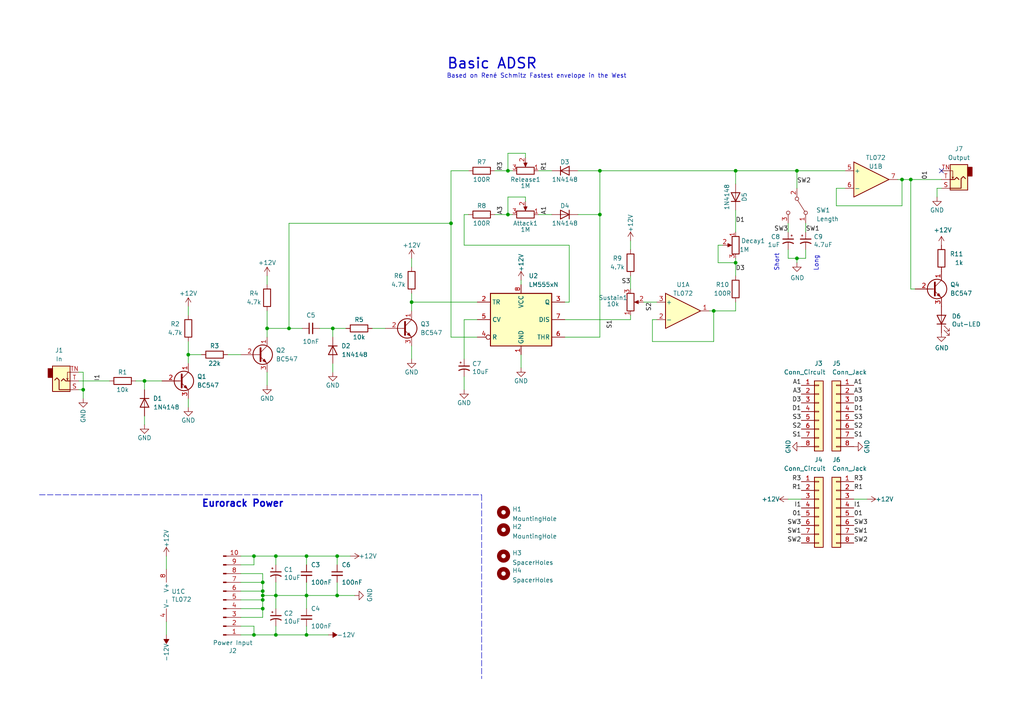
<source format=kicad_sch>
(kicad_sch (version 20230121) (generator eeschema)

  (uuid f5e862e5-d08a-411e-811c-3dee8378ba60)

  (paper "A4")

  (title_block
    (title "Multiple 3x2")
    (date "2024-01-01")
    (rev "1.1")
    (company "Bleep Sound")
  )

  (lib_symbols
    (symbol "Amplifier_Operational:TL072" (pin_names (offset 0.127)) (in_bom yes) (on_board yes)
      (property "Reference" "U" (at 0 5.08 0)
        (effects (font (size 1.27 1.27)) (justify left))
      )
      (property "Value" "TL072" (at 0 -5.08 0)
        (effects (font (size 1.27 1.27)) (justify left))
      )
      (property "Footprint" "" (at 0 0 0)
        (effects (font (size 1.27 1.27)) hide)
      )
      (property "Datasheet" "http://www.ti.com/lit/ds/symlink/tl071.pdf" (at 0 0 0)
        (effects (font (size 1.27 1.27)) hide)
      )
      (property "ki_locked" "" (at 0 0 0)
        (effects (font (size 1.27 1.27)))
      )
      (property "ki_keywords" "dual opamp" (at 0 0 0)
        (effects (font (size 1.27 1.27)) hide)
      )
      (property "ki_description" "Dual Low-Noise JFET-Input Operational Amplifiers, DIP-8/SOIC-8" (at 0 0 0)
        (effects (font (size 1.27 1.27)) hide)
      )
      (property "ki_fp_filters" "SOIC*3.9x4.9mm*P1.27mm* DIP*W7.62mm* TO*99* OnSemi*Micro8* TSSOP*3x3mm*P0.65mm* TSSOP*4.4x3mm*P0.65mm* MSOP*3x3mm*P0.65mm* SSOP*3.9x4.9mm*P0.635mm* LFCSP*2x2mm*P0.5mm* *SIP* SOIC*5.3x6.2mm*P1.27mm*" (at 0 0 0)
        (effects (font (size 1.27 1.27)) hide)
      )
      (symbol "TL072_1_1"
        (polyline
          (pts
            (xy -5.08 5.08)
            (xy 5.08 0)
            (xy -5.08 -5.08)
            (xy -5.08 5.08)
          )
          (stroke (width 0.254) (type default))
          (fill (type background))
        )
        (pin output line (at 7.62 0 180) (length 2.54)
          (name "~" (effects (font (size 1.27 1.27))))
          (number "1" (effects (font (size 1.27 1.27))))
        )
        (pin input line (at -7.62 -2.54 0) (length 2.54)
          (name "-" (effects (font (size 1.27 1.27))))
          (number "2" (effects (font (size 1.27 1.27))))
        )
        (pin input line (at -7.62 2.54 0) (length 2.54)
          (name "+" (effects (font (size 1.27 1.27))))
          (number "3" (effects (font (size 1.27 1.27))))
        )
      )
      (symbol "TL072_2_1"
        (polyline
          (pts
            (xy -5.08 5.08)
            (xy 5.08 0)
            (xy -5.08 -5.08)
            (xy -5.08 5.08)
          )
          (stroke (width 0.254) (type default))
          (fill (type background))
        )
        (pin input line (at -7.62 2.54 0) (length 2.54)
          (name "+" (effects (font (size 1.27 1.27))))
          (number "5" (effects (font (size 1.27 1.27))))
        )
        (pin input line (at -7.62 -2.54 0) (length 2.54)
          (name "-" (effects (font (size 1.27 1.27))))
          (number "6" (effects (font (size 1.27 1.27))))
        )
        (pin output line (at 7.62 0 180) (length 2.54)
          (name "~" (effects (font (size 1.27 1.27))))
          (number "7" (effects (font (size 1.27 1.27))))
        )
      )
      (symbol "TL072_3_1"
        (pin power_in line (at -2.54 -7.62 90) (length 3.81)
          (name "V-" (effects (font (size 1.27 1.27))))
          (number "4" (effects (font (size 1.27 1.27))))
        )
        (pin power_in line (at -2.54 7.62 270) (length 3.81)
          (name "V+" (effects (font (size 1.27 1.27))))
          (number "8" (effects (font (size 1.27 1.27))))
        )
      )
    )
    (symbol "Connector:Conn_01x10_Male" (pin_names (offset 1.016) hide) (in_bom yes) (on_board yes)
      (property "Reference" "J" (at 0 12.7 0)
        (effects (font (size 1.27 1.27)))
      )
      (property "Value" "Conn_01x10_Male" (at 0 -15.24 0)
        (effects (font (size 1.27 1.27)))
      )
      (property "Footprint" "" (at 0 0 0)
        (effects (font (size 1.27 1.27)) hide)
      )
      (property "Datasheet" "~" (at 0 0 0)
        (effects (font (size 1.27 1.27)) hide)
      )
      (property "ki_keywords" "connector" (at 0 0 0)
        (effects (font (size 1.27 1.27)) hide)
      )
      (property "ki_description" "Generic connector, single row, 01x10, script generated (kicad-library-utils/schlib/autogen/connector/)" (at 0 0 0)
        (effects (font (size 1.27 1.27)) hide)
      )
      (property "ki_fp_filters" "Connector*:*_1x??_*" (at 0 0 0)
        (effects (font (size 1.27 1.27)) hide)
      )
      (symbol "Conn_01x10_Male_1_1"
        (polyline
          (pts
            (xy 1.27 -12.7)
            (xy 0.8636 -12.7)
          )
          (stroke (width 0.1524) (type default))
          (fill (type none))
        )
        (polyline
          (pts
            (xy 1.27 -10.16)
            (xy 0.8636 -10.16)
          )
          (stroke (width 0.1524) (type default))
          (fill (type none))
        )
        (polyline
          (pts
            (xy 1.27 -7.62)
            (xy 0.8636 -7.62)
          )
          (stroke (width 0.1524) (type default))
          (fill (type none))
        )
        (polyline
          (pts
            (xy 1.27 -5.08)
            (xy 0.8636 -5.08)
          )
          (stroke (width 0.1524) (type default))
          (fill (type none))
        )
        (polyline
          (pts
            (xy 1.27 -2.54)
            (xy 0.8636 -2.54)
          )
          (stroke (width 0.1524) (type default))
          (fill (type none))
        )
        (polyline
          (pts
            (xy 1.27 0)
            (xy 0.8636 0)
          )
          (stroke (width 0.1524) (type default))
          (fill (type none))
        )
        (polyline
          (pts
            (xy 1.27 2.54)
            (xy 0.8636 2.54)
          )
          (stroke (width 0.1524) (type default))
          (fill (type none))
        )
        (polyline
          (pts
            (xy 1.27 5.08)
            (xy 0.8636 5.08)
          )
          (stroke (width 0.1524) (type default))
          (fill (type none))
        )
        (polyline
          (pts
            (xy 1.27 7.62)
            (xy 0.8636 7.62)
          )
          (stroke (width 0.1524) (type default))
          (fill (type none))
        )
        (polyline
          (pts
            (xy 1.27 10.16)
            (xy 0.8636 10.16)
          )
          (stroke (width 0.1524) (type default))
          (fill (type none))
        )
        (rectangle (start 0.8636 -12.573) (end 0 -12.827)
          (stroke (width 0.1524) (type default))
          (fill (type outline))
        )
        (rectangle (start 0.8636 -10.033) (end 0 -10.287)
          (stroke (width 0.1524) (type default))
          (fill (type outline))
        )
        (rectangle (start 0.8636 -7.493) (end 0 -7.747)
          (stroke (width 0.1524) (type default))
          (fill (type outline))
        )
        (rectangle (start 0.8636 -4.953) (end 0 -5.207)
          (stroke (width 0.1524) (type default))
          (fill (type outline))
        )
        (rectangle (start 0.8636 -2.413) (end 0 -2.667)
          (stroke (width 0.1524) (type default))
          (fill (type outline))
        )
        (rectangle (start 0.8636 0.127) (end 0 -0.127)
          (stroke (width 0.1524) (type default))
          (fill (type outline))
        )
        (rectangle (start 0.8636 2.667) (end 0 2.413)
          (stroke (width 0.1524) (type default))
          (fill (type outline))
        )
        (rectangle (start 0.8636 5.207) (end 0 4.953)
          (stroke (width 0.1524) (type default))
          (fill (type outline))
        )
        (rectangle (start 0.8636 7.747) (end 0 7.493)
          (stroke (width 0.1524) (type default))
          (fill (type outline))
        )
        (rectangle (start 0.8636 10.287) (end 0 10.033)
          (stroke (width 0.1524) (type default))
          (fill (type outline))
        )
        (pin passive line (at 5.08 10.16 180) (length 3.81)
          (name "Pin_1" (effects (font (size 1.27 1.27))))
          (number "1" (effects (font (size 1.27 1.27))))
        )
        (pin passive line (at 5.08 -12.7 180) (length 3.81)
          (name "Pin_10" (effects (font (size 1.27 1.27))))
          (number "10" (effects (font (size 1.27 1.27))))
        )
        (pin passive line (at 5.08 7.62 180) (length 3.81)
          (name "Pin_2" (effects (font (size 1.27 1.27))))
          (number "2" (effects (font (size 1.27 1.27))))
        )
        (pin passive line (at 5.08 5.08 180) (length 3.81)
          (name "Pin_3" (effects (font (size 1.27 1.27))))
          (number "3" (effects (font (size 1.27 1.27))))
        )
        (pin passive line (at 5.08 2.54 180) (length 3.81)
          (name "Pin_4" (effects (font (size 1.27 1.27))))
          (number "4" (effects (font (size 1.27 1.27))))
        )
        (pin passive line (at 5.08 0 180) (length 3.81)
          (name "Pin_5" (effects (font (size 1.27 1.27))))
          (number "5" (effects (font (size 1.27 1.27))))
        )
        (pin passive line (at 5.08 -2.54 180) (length 3.81)
          (name "Pin_6" (effects (font (size 1.27 1.27))))
          (number "6" (effects (font (size 1.27 1.27))))
        )
        (pin passive line (at 5.08 -5.08 180) (length 3.81)
          (name "Pin_7" (effects (font (size 1.27 1.27))))
          (number "7" (effects (font (size 1.27 1.27))))
        )
        (pin passive line (at 5.08 -7.62 180) (length 3.81)
          (name "Pin_8" (effects (font (size 1.27 1.27))))
          (number "8" (effects (font (size 1.27 1.27))))
        )
        (pin passive line (at 5.08 -10.16 180) (length 3.81)
          (name "Pin_9" (effects (font (size 1.27 1.27))))
          (number "9" (effects (font (size 1.27 1.27))))
        )
      )
    )
    (symbol "Connector_Generic:Conn_01x08" (pin_names (offset 1.016) hide) (in_bom yes) (on_board yes)
      (property "Reference" "J" (at 0 10.16 0)
        (effects (font (size 1.27 1.27)))
      )
      (property "Value" "Conn_01x08" (at 0 -12.7 0)
        (effects (font (size 1.27 1.27)))
      )
      (property "Footprint" "" (at 0 0 0)
        (effects (font (size 1.27 1.27)) hide)
      )
      (property "Datasheet" "~" (at 0 0 0)
        (effects (font (size 1.27 1.27)) hide)
      )
      (property "ki_keywords" "connector" (at 0 0 0)
        (effects (font (size 1.27 1.27)) hide)
      )
      (property "ki_description" "Generic connector, single row, 01x08, script generated (kicad-library-utils/schlib/autogen/connector/)" (at 0 0 0)
        (effects (font (size 1.27 1.27)) hide)
      )
      (property "ki_fp_filters" "Connector*:*_1x??_*" (at 0 0 0)
        (effects (font (size 1.27 1.27)) hide)
      )
      (symbol "Conn_01x08_1_1"
        (rectangle (start -1.27 -10.033) (end 0 -10.287)
          (stroke (width 0.1524) (type default))
          (fill (type none))
        )
        (rectangle (start -1.27 -7.493) (end 0 -7.747)
          (stroke (width 0.1524) (type default))
          (fill (type none))
        )
        (rectangle (start -1.27 -4.953) (end 0 -5.207)
          (stroke (width 0.1524) (type default))
          (fill (type none))
        )
        (rectangle (start -1.27 -2.413) (end 0 -2.667)
          (stroke (width 0.1524) (type default))
          (fill (type none))
        )
        (rectangle (start -1.27 0.127) (end 0 -0.127)
          (stroke (width 0.1524) (type default))
          (fill (type none))
        )
        (rectangle (start -1.27 2.667) (end 0 2.413)
          (stroke (width 0.1524) (type default))
          (fill (type none))
        )
        (rectangle (start -1.27 5.207) (end 0 4.953)
          (stroke (width 0.1524) (type default))
          (fill (type none))
        )
        (rectangle (start -1.27 7.747) (end 0 7.493)
          (stroke (width 0.1524) (type default))
          (fill (type none))
        )
        (rectangle (start -1.27 8.89) (end 1.27 -11.43)
          (stroke (width 0.254) (type default))
          (fill (type background))
        )
        (pin passive line (at -5.08 7.62 0) (length 3.81)
          (name "Pin_1" (effects (font (size 1.27 1.27))))
          (number "1" (effects (font (size 1.27 1.27))))
        )
        (pin passive line (at -5.08 5.08 0) (length 3.81)
          (name "Pin_2" (effects (font (size 1.27 1.27))))
          (number "2" (effects (font (size 1.27 1.27))))
        )
        (pin passive line (at -5.08 2.54 0) (length 3.81)
          (name "Pin_3" (effects (font (size 1.27 1.27))))
          (number "3" (effects (font (size 1.27 1.27))))
        )
        (pin passive line (at -5.08 0 0) (length 3.81)
          (name "Pin_4" (effects (font (size 1.27 1.27))))
          (number "4" (effects (font (size 1.27 1.27))))
        )
        (pin passive line (at -5.08 -2.54 0) (length 3.81)
          (name "Pin_5" (effects (font (size 1.27 1.27))))
          (number "5" (effects (font (size 1.27 1.27))))
        )
        (pin passive line (at -5.08 -5.08 0) (length 3.81)
          (name "Pin_6" (effects (font (size 1.27 1.27))))
          (number "6" (effects (font (size 1.27 1.27))))
        )
        (pin passive line (at -5.08 -7.62 0) (length 3.81)
          (name "Pin_7" (effects (font (size 1.27 1.27))))
          (number "7" (effects (font (size 1.27 1.27))))
        )
        (pin passive line (at -5.08 -10.16 0) (length 3.81)
          (name "Pin_8" (effects (font (size 1.27 1.27))))
          (number "8" (effects (font (size 1.27 1.27))))
        )
      )
    )
    (symbol "Device:CP1_Small" (pin_numbers hide) (pin_names (offset 0.254) hide) (in_bom yes) (on_board yes)
      (property "Reference" "C" (at 0.254 1.778 0)
        (effects (font (size 1.27 1.27)) (justify left))
      )
      (property "Value" "Device_CP1_Small" (at 0.254 -2.032 0)
        (effects (font (size 1.27 1.27)) (justify left))
      )
      (property "Footprint" "" (at 0 0 0)
        (effects (font (size 1.27 1.27)) hide)
      )
      (property "Datasheet" "" (at 0 0 0)
        (effects (font (size 1.27 1.27)) hide)
      )
      (property "ki_fp_filters" "CP_*" (at 0 0 0)
        (effects (font (size 1.27 1.27)) hide)
      )
      (symbol "CP1_Small_0_1"
        (polyline
          (pts
            (xy -1.524 0.508)
            (xy 1.524 0.508)
          )
          (stroke (width 0.3048) (type default))
          (fill (type none))
        )
        (polyline
          (pts
            (xy -1.27 1.524)
            (xy -0.762 1.524)
          )
          (stroke (width 0) (type default))
          (fill (type none))
        )
        (polyline
          (pts
            (xy -1.016 1.27)
            (xy -1.016 1.778)
          )
          (stroke (width 0) (type default))
          (fill (type none))
        )
        (arc (start 1.524 -0.762) (mid 0 -0.3734) (end -1.524 -0.762)
          (stroke (width 0.3048) (type default))
          (fill (type none))
        )
      )
      (symbol "CP1_Small_1_1"
        (pin passive line (at 0 2.54 270) (length 2.032)
          (name "~" (effects (font (size 1.27 1.27))))
          (number "1" (effects (font (size 1.27 1.27))))
        )
        (pin passive line (at 0 -2.54 90) (length 2.032)
          (name "~" (effects (font (size 1.27 1.27))))
          (number "2" (effects (font (size 1.27 1.27))))
        )
      )
    )
    (symbol "Device:C_Small" (pin_numbers hide) (pin_names (offset 0.254) hide) (in_bom yes) (on_board yes)
      (property "Reference" "C" (at 0.254 1.778 0)
        (effects (font (size 1.27 1.27)) (justify left))
      )
      (property "Value" "C_Small" (at 0.254 -2.032 0)
        (effects (font (size 1.27 1.27)) (justify left))
      )
      (property "Footprint" "" (at 0 0 0)
        (effects (font (size 1.27 1.27)) hide)
      )
      (property "Datasheet" "~" (at 0 0 0)
        (effects (font (size 1.27 1.27)) hide)
      )
      (property "ki_keywords" "capacitor cap" (at 0 0 0)
        (effects (font (size 1.27 1.27)) hide)
      )
      (property "ki_description" "Unpolarized capacitor, small symbol" (at 0 0 0)
        (effects (font (size 1.27 1.27)) hide)
      )
      (property "ki_fp_filters" "C_*" (at 0 0 0)
        (effects (font (size 1.27 1.27)) hide)
      )
      (symbol "C_Small_0_1"
        (polyline
          (pts
            (xy -1.524 -0.508)
            (xy 1.524 -0.508)
          )
          (stroke (width 0.3302) (type default))
          (fill (type none))
        )
        (polyline
          (pts
            (xy -1.524 0.508)
            (xy 1.524 0.508)
          )
          (stroke (width 0.3048) (type default))
          (fill (type none))
        )
      )
      (symbol "C_Small_1_1"
        (pin passive line (at 0 2.54 270) (length 2.032)
          (name "~" (effects (font (size 1.27 1.27))))
          (number "1" (effects (font (size 1.27 1.27))))
        )
        (pin passive line (at 0 -2.54 90) (length 2.032)
          (name "~" (effects (font (size 1.27 1.27))))
          (number "2" (effects (font (size 1.27 1.27))))
        )
      )
    )
    (symbol "Device:D" (pin_numbers hide) (pin_names (offset 1.016) hide) (in_bom yes) (on_board yes)
      (property "Reference" "D" (at 0 2.54 0)
        (effects (font (size 1.27 1.27)))
      )
      (property "Value" "D" (at 0 -2.54 0)
        (effects (font (size 1.27 1.27)))
      )
      (property "Footprint" "" (at 0 0 0)
        (effects (font (size 1.27 1.27)) hide)
      )
      (property "Datasheet" "~" (at 0 0 0)
        (effects (font (size 1.27 1.27)) hide)
      )
      (property "ki_keywords" "diode" (at 0 0 0)
        (effects (font (size 1.27 1.27)) hide)
      )
      (property "ki_description" "Diode" (at 0 0 0)
        (effects (font (size 1.27 1.27)) hide)
      )
      (property "ki_fp_filters" "TO-???* *_Diode_* *SingleDiode* D_*" (at 0 0 0)
        (effects (font (size 1.27 1.27)) hide)
      )
      (symbol "D_0_1"
        (polyline
          (pts
            (xy -1.27 1.27)
            (xy -1.27 -1.27)
          )
          (stroke (width 0.254) (type default))
          (fill (type none))
        )
        (polyline
          (pts
            (xy 1.27 0)
            (xy -1.27 0)
          )
          (stroke (width 0) (type default))
          (fill (type none))
        )
        (polyline
          (pts
            (xy 1.27 1.27)
            (xy 1.27 -1.27)
            (xy -1.27 0)
            (xy 1.27 1.27)
          )
          (stroke (width 0.254) (type default))
          (fill (type none))
        )
      )
      (symbol "D_1_1"
        (pin passive line (at -3.81 0 0) (length 2.54)
          (name "K" (effects (font (size 1.27 1.27))))
          (number "1" (effects (font (size 1.27 1.27))))
        )
        (pin passive line (at 3.81 0 180) (length 2.54)
          (name "A" (effects (font (size 1.27 1.27))))
          (number "2" (effects (font (size 1.27 1.27))))
        )
      )
    )
    (symbol "Device:LED" (pin_numbers hide) (pin_names (offset 1.016) hide) (in_bom yes) (on_board yes)
      (property "Reference" "D" (at 0 2.54 0)
        (effects (font (size 1.27 1.27)))
      )
      (property "Value" "LED" (at 0 -2.54 0)
        (effects (font (size 1.27 1.27)))
      )
      (property "Footprint" "" (at 0 0 0)
        (effects (font (size 1.27 1.27)) hide)
      )
      (property "Datasheet" "~" (at 0 0 0)
        (effects (font (size 1.27 1.27)) hide)
      )
      (property "ki_keywords" "LED diode" (at 0 0 0)
        (effects (font (size 1.27 1.27)) hide)
      )
      (property "ki_description" "Light emitting diode" (at 0 0 0)
        (effects (font (size 1.27 1.27)) hide)
      )
      (property "ki_fp_filters" "LED* LED_SMD:* LED_THT:*" (at 0 0 0)
        (effects (font (size 1.27 1.27)) hide)
      )
      (symbol "LED_0_1"
        (polyline
          (pts
            (xy -1.27 -1.27)
            (xy -1.27 1.27)
          )
          (stroke (width 0.254) (type default))
          (fill (type none))
        )
        (polyline
          (pts
            (xy -1.27 0)
            (xy 1.27 0)
          )
          (stroke (width 0) (type default))
          (fill (type none))
        )
        (polyline
          (pts
            (xy 1.27 -1.27)
            (xy 1.27 1.27)
            (xy -1.27 0)
            (xy 1.27 -1.27)
          )
          (stroke (width 0.254) (type default))
          (fill (type none))
        )
        (polyline
          (pts
            (xy -3.048 -0.762)
            (xy -4.572 -2.286)
            (xy -3.81 -2.286)
            (xy -4.572 -2.286)
            (xy -4.572 -1.524)
          )
          (stroke (width 0) (type default))
          (fill (type none))
        )
        (polyline
          (pts
            (xy -1.778 -0.762)
            (xy -3.302 -2.286)
            (xy -2.54 -2.286)
            (xy -3.302 -2.286)
            (xy -3.302 -1.524)
          )
          (stroke (width 0) (type default))
          (fill (type none))
        )
      )
      (symbol "LED_1_1"
        (pin passive line (at -3.81 0 0) (length 2.54)
          (name "K" (effects (font (size 1.27 1.27))))
          (number "1" (effects (font (size 1.27 1.27))))
        )
        (pin passive line (at 3.81 0 180) (length 2.54)
          (name "A" (effects (font (size 1.27 1.27))))
          (number "2" (effects (font (size 1.27 1.27))))
        )
      )
    )
    (symbol "Device:R" (pin_numbers hide) (pin_names (offset 0)) (in_bom yes) (on_board yes)
      (property "Reference" "R" (at 2.032 0 90)
        (effects (font (size 1.27 1.27)))
      )
      (property "Value" "R" (at 0 0 90)
        (effects (font (size 1.27 1.27)))
      )
      (property "Footprint" "" (at -1.778 0 90)
        (effects (font (size 1.27 1.27)) hide)
      )
      (property "Datasheet" "~" (at 0 0 0)
        (effects (font (size 1.27 1.27)) hide)
      )
      (property "ki_keywords" "R res resistor" (at 0 0 0)
        (effects (font (size 1.27 1.27)) hide)
      )
      (property "ki_description" "Resistor" (at 0 0 0)
        (effects (font (size 1.27 1.27)) hide)
      )
      (property "ki_fp_filters" "R_*" (at 0 0 0)
        (effects (font (size 1.27 1.27)) hide)
      )
      (symbol "R_0_1"
        (rectangle (start -1.016 -2.54) (end 1.016 2.54)
          (stroke (width 0.254) (type default))
          (fill (type none))
        )
      )
      (symbol "R_1_1"
        (pin passive line (at 0 3.81 270) (length 1.27)
          (name "~" (effects (font (size 1.27 1.27))))
          (number "1" (effects (font (size 1.27 1.27))))
        )
        (pin passive line (at 0 -3.81 90) (length 1.27)
          (name "~" (effects (font (size 1.27 1.27))))
          (number "2" (effects (font (size 1.27 1.27))))
        )
      )
    )
    (symbol "Device:R_POT" (pin_names (offset 1.016) hide) (in_bom yes) (on_board yes)
      (property "Reference" "Sustain1" (at -5.08 -1.27 0)
        (effects (font (size 1.27 1.27)))
      )
      (property "Value" "10k" (at -5.08 1.27 0)
        (effects (font (size 1.27 1.27)) (justify top))
      )
      (property "Footprint" "Kicad-perso:Pot-bourns-alpha" (at 0 0 0)
        (effects (font (size 1.27 1.27)) hide)
      )
      (property "Datasheet" "~" (at 0 0 0)
        (effects (font (size 1.27 1.27)) hide)
      )
      (property "Comments" "Pots" (at 0 0 0)
        (effects (font (size 1.27 1.27)) hide)
      )
      (property "ki_description" "Potentiometer" (at 0 0 0)
        (effects (font (size 1.27 1.27)) hide)
      )
      (property "ki_fp_filters" "Potentiometer*" (at 0 0 0)
        (effects (font (size 1.27 1.27)) hide)
      )
      (symbol "R_POT_0_1"
        (polyline
          (pts
            (xy 2.54 0)
            (xy 1.524 0)
          )
          (stroke (width 0) (type default))
          (fill (type none))
        )
        (polyline
          (pts
            (xy 1.143 0)
            (xy 2.286 0.508)
            (xy 2.286 -0.508)
            (xy 1.143 0)
          )
          (stroke (width 0) (type default))
          (fill (type outline))
        )
        (rectangle (start 1.016 2.54) (end -1.016 -2.54)
          (stroke (width 0.254) (type default))
          (fill (type none))
        )
      )
      (symbol "R_POT_1_1"
        (pin passive line (at 0 3.81 270) (length 1.27)
          (name "1" (effects (font (size 1.27 1.27))))
          (number "1" (effects (font (size 1.27 1.27))))
        )
        (pin passive line (at 3.81 0 180) (length 1.27)
          (name "2" (effects (font (size 1.27 1.27))))
          (number "2" (effects (font (size 1.27 1.27))))
        )
        (pin passive line (at 0 -3.81 90) (length 1.27)
          (name "3" (effects (font (size 1.27 1.27))))
          (number "3" (effects (font (size 1.27 1.27))))
        )
      )
    )
    (symbol "Kicad-perso:AudioJack_Switch" (in_bom yes) (on_board yes)
      (property "Reference" "J2" (at 0.508 8.636 0)
        (effects (font (size 1.27 1.27)))
      )
      (property "Value" "Out1" (at 0.508 6.35 0)
        (effects (font (size 1.27 1.27)))
      )
      (property "Footprint" "Kicad-perso:Thonkiconn" (at 0 6.858 0)
        (effects (font (size 1.27 1.27)) hide)
      )
      (property "Datasheet" "~" (at 0.127 5.588 0)
        (effects (font (size 1.27 1.27)) hide)
      )
      (property "Comments" "Thonkiconn jack" (at 0.508 5.461 0)
        (effects (font (size 1.27 1.27)) hide)
      )
      (property "ki_keywords" "audio jack receptacle mono headphones phone TS connector" (at 0 0 0)
        (effects (font (size 1.27 1.27)) hide)
      )
      (property "ki_description" "Thonkiconn Audio Jack" (at 0 0 0)
        (effects (font (size 1.27 1.27)) hide)
      )
      (property "ki_fp_filters" "Jack*" (at 0 0 0)
        (effects (font (size 1.27 1.27)) hide)
      )
      (symbol "AudioJack_Switch_0_1"
        (rectangle (start -3.81 2.286) (end -2.54 -0.254)
          (stroke (width 0.254) (type default))
          (fill (type outline))
        )
        (rectangle (start -2.54 3.048) (end 2.54 -4.318)
          (stroke (width 0.254) (type default))
          (fill (type background))
        )
      )
      (symbol "AudioJack_Switch_1_1"
        (polyline
          (pts
            (xy 1.778 -1.016)
            (xy 2.032 -0.508)
          )
          (stroke (width 0) (type default))
          (fill (type none))
        )
        (polyline
          (pts
            (xy 0 -1.27)
            (xy 0.635 -0.635)
            (xy 1.27 -1.27)
            (xy 2.54 -1.27)
          )
          (stroke (width 0.254) (type default))
          (fill (type none))
        )
        (polyline
          (pts
            (xy 2.54 1.27)
            (xy 1.778 1.27)
            (xy 1.778 -1.016)
            (xy 1.524 -0.508)
          )
          (stroke (width 0) (type default))
          (fill (type none))
        )
        (polyline
          (pts
            (xy 2.54 -3.81)
            (xy -0.635 -3.81)
            (xy -0.635 -1.016)
            (xy -1.27 -0.381)
            (xy -1.905 -1.016)
          )
          (stroke (width 0.254) (type default))
          (fill (type none))
        )
        (pin passive line (at 5.08 -3.81 180) (length 2.54)
          (name "~" (effects (font (size 1.27 1.27))))
          (number "S" (effects (font (size 1.27 1.27))))
        )
        (pin passive line (at 5.08 -1.27 180) (length 2.54)
          (name "~" (effects (font (size 1.27 1.27))))
          (number "T" (effects (font (size 1.27 1.27))))
        )
        (pin passive line (at 5.08 1.27 180) (length 2.54)
          (name "~" (effects (font (size 1.27 1.27))))
          (number "TN" (effects (font (size 1.27 1.27))))
        )
      )
    )
    (symbol "Mechanical:MountingHole" (pin_names (offset 1.016)) (in_bom yes) (on_board yes)
      (property "Reference" "H" (at 0 5.08 0)
        (effects (font (size 1.27 1.27)))
      )
      (property "Value" "MountingHole" (at 0 3.175 0)
        (effects (font (size 1.27 1.27)))
      )
      (property "Footprint" "" (at 0 0 0)
        (effects (font (size 1.27 1.27)) hide)
      )
      (property "Datasheet" "~" (at 0 0 0)
        (effects (font (size 1.27 1.27)) hide)
      )
      (property "ki_keywords" "mounting hole" (at 0 0 0)
        (effects (font (size 1.27 1.27)) hide)
      )
      (property "ki_description" "Mounting Hole without connection" (at 0 0 0)
        (effects (font (size 1.27 1.27)) hide)
      )
      (property "ki_fp_filters" "MountingHole*" (at 0 0 0)
        (effects (font (size 1.27 1.27)) hide)
      )
      (symbol "MountingHole_0_1"
        (circle (center 0 0) (radius 1.27)
          (stroke (width 1.27) (type default))
          (fill (type none))
        )
      )
    )
    (symbol "R_POT_1" (pin_names (offset 1.016) hide) (in_bom yes) (on_board yes)
      (property "Reference" "Release1" (at -2.54 0 90)
        (effects (font (size 1.27 1.27)))
      )
      (property "Value" "1M" (at -5.08 0 90)
        (effects (font (size 1.27 1.27)) (justify top))
      )
      (property "Footprint" "Kicad-perso:Pot-bourns-alpha" (at 0 0 0)
        (effects (font (size 1.27 1.27)) hide)
      )
      (property "Datasheet" "~" (at 0 0 0)
        (effects (font (size 1.27 1.27)) hide)
      )
      (property "Comments" "Pots" (at 0 0 90)
        (effects (font (size 1.27 1.27)) hide)
      )
      (property "ki_description" "Potentiometer" (at 0 0 0)
        (effects (font (size 1.27 1.27)) hide)
      )
      (property "ki_fp_filters" "Potentiometer*" (at 0 0 0)
        (effects (font (size 1.27 1.27)) hide)
      )
      (symbol "R_POT_1_0_1"
        (polyline
          (pts
            (xy 2.54 0)
            (xy 1.524 0)
          )
          (stroke (width 0) (type default))
          (fill (type none))
        )
        (polyline
          (pts
            (xy 1.143 0)
            (xy 2.286 0.508)
            (xy 2.286 -0.508)
            (xy 1.143 0)
          )
          (stroke (width 0) (type default))
          (fill (type outline))
        )
        (rectangle (start 1.016 2.54) (end -1.016 -2.54)
          (stroke (width 0.254) (type default))
          (fill (type none))
        )
      )
      (symbol "R_POT_1_1_1"
        (pin passive line (at 0 3.81 270) (length 1.27)
          (name "1" (effects (font (size 1.27 1.27))))
          (number "1" (effects (font (size 1.27 1.27))))
        )
        (pin passive line (at 3.81 0 180) (length 1.27)
          (name "2" (effects (font (size 1.27 1.27))))
          (number "2" (effects (font (size 1.27 1.27))))
        )
        (pin passive line (at 0 -3.81 90) (length 1.27)
          (name "3" (effects (font (size 1.27 1.27))))
          (number "3" (effects (font (size 1.27 1.27))))
        )
      )
    )
    (symbol "R_POT_2" (pin_names (offset 1.016) hide) (in_bom yes) (on_board yes)
      (property "Reference" "Attack1" (at -2.54 0 90)
        (effects (font (size 1.27 1.27)))
      )
      (property "Value" "1M" (at -5.08 0 90)
        (effects (font (size 1.27 1.27)) (justify top))
      )
      (property "Footprint" "Kicad-perso:Pot-bourns-alpha" (at 0 0 0)
        (effects (font (size 1.27 1.27)) hide)
      )
      (property "Datasheet" "~" (at 0 0 0)
        (effects (font (size 1.27 1.27)) hide)
      )
      (property "Comments" "Pots" (at 0 0 90)
        (effects (font (size 1.27 1.27)) hide)
      )
      (property "ki_description" "Potentiometer" (at 0 0 0)
        (effects (font (size 1.27 1.27)) hide)
      )
      (property "ki_fp_filters" "Potentiometer*" (at 0 0 0)
        (effects (font (size 1.27 1.27)) hide)
      )
      (symbol "R_POT_2_0_1"
        (polyline
          (pts
            (xy 2.54 0)
            (xy 1.524 0)
          )
          (stroke (width 0) (type default))
          (fill (type none))
        )
        (polyline
          (pts
            (xy 1.143 0)
            (xy 2.286 0.508)
            (xy 2.286 -0.508)
            (xy 1.143 0)
          )
          (stroke (width 0) (type default))
          (fill (type outline))
        )
        (rectangle (start 1.016 2.54) (end -1.016 -2.54)
          (stroke (width 0.254) (type default))
          (fill (type none))
        )
      )
      (symbol "R_POT_2_1_1"
        (pin passive line (at 0 3.81 270) (length 1.27)
          (name "1" (effects (font (size 1.27 1.27))))
          (number "1" (effects (font (size 1.27 1.27))))
        )
        (pin passive line (at 3.81 0 180) (length 1.27)
          (name "2" (effects (font (size 1.27 1.27))))
          (number "2" (effects (font (size 1.27 1.27))))
        )
        (pin passive line (at 0 -3.81 90) (length 1.27)
          (name "3" (effects (font (size 1.27 1.27))))
          (number "3" (effects (font (size 1.27 1.27))))
        )
      )
    )
    (symbol "R_POT_3" (pin_names (offset 1.016) hide) (in_bom yes) (on_board yes)
      (property "Reference" "Decay1" (at -5.08 1.27 0)
        (effects (font (size 1.27 1.27)))
      )
      (property "Value" "1M" (at -2.54 -1.27 0)
        (effects (font (size 1.27 1.27)))
      )
      (property "Footprint" "Kicad-perso:Pot-bourns-alpha" (at 0 0 0)
        (effects (font (size 1.27 1.27)) hide)
      )
      (property "Datasheet" "~" (at 0 0 0)
        (effects (font (size 1.27 1.27)) hide)
      )
      (property "Comments" "Pots" (at 0 0 0)
        (effects (font (size 1.27 1.27)) hide)
      )
      (property "ki_description" "Potentiometer" (at 0 0 0)
        (effects (font (size 1.27 1.27)) hide)
      )
      (property "ki_fp_filters" "Potentiometer*" (at 0 0 0)
        (effects (font (size 1.27 1.27)) hide)
      )
      (symbol "R_POT_3_0_1"
        (polyline
          (pts
            (xy 2.54 0)
            (xy 1.524 0)
          )
          (stroke (width 0) (type default))
          (fill (type none))
        )
        (polyline
          (pts
            (xy 1.143 0)
            (xy 2.286 0.508)
            (xy 2.286 -0.508)
            (xy 1.143 0)
          )
          (stroke (width 0) (type default))
          (fill (type outline))
        )
        (rectangle (start 1.016 2.54) (end -1.016 -2.54)
          (stroke (width 0.254) (type default))
          (fill (type none))
        )
      )
      (symbol "R_POT_3_1_1"
        (pin passive line (at 0 3.81 270) (length 1.27)
          (name "1" (effects (font (size 1.27 1.27))))
          (number "1" (effects (font (size 1.27 1.27))))
        )
        (pin passive line (at 3.81 0 180) (length 1.27)
          (name "2" (effects (font (size 1.27 1.27))))
          (number "2" (effects (font (size 1.27 1.27))))
        )
        (pin passive line (at 0 -3.81 90) (length 1.27)
          (name "3" (effects (font (size 1.27 1.27))))
          (number "3" (effects (font (size 1.27 1.27))))
        )
      )
    )
    (symbol "Switch:SW_SPDT" (pin_names (offset 0) hide) (in_bom yes) (on_board yes)
      (property "Reference" "SW" (at 0 4.318 0)
        (effects (font (size 1.27 1.27)))
      )
      (property "Value" "SW_SPDT" (at 0 -5.08 0)
        (effects (font (size 1.27 1.27)))
      )
      (property "Footprint" "" (at 0 0 0)
        (effects (font (size 1.27 1.27)) hide)
      )
      (property "Datasheet" "~" (at 0 0 0)
        (effects (font (size 1.27 1.27)) hide)
      )
      (property "ki_keywords" "switch single-pole double-throw spdt ON-ON" (at 0 0 0)
        (effects (font (size 1.27 1.27)) hide)
      )
      (property "ki_description" "Switch, single pole double throw" (at 0 0 0)
        (effects (font (size 1.27 1.27)) hide)
      )
      (symbol "SW_SPDT_0_0"
        (circle (center -2.032 0) (radius 0.508)
          (stroke (width 0) (type default))
          (fill (type none))
        )
        (circle (center 2.032 -2.54) (radius 0.508)
          (stroke (width 0) (type default))
          (fill (type none))
        )
      )
      (symbol "SW_SPDT_0_1"
        (polyline
          (pts
            (xy -1.524 0.254)
            (xy 1.651 2.286)
          )
          (stroke (width 0) (type default))
          (fill (type none))
        )
        (circle (center 2.032 2.54) (radius 0.508)
          (stroke (width 0) (type default))
          (fill (type none))
        )
      )
      (symbol "SW_SPDT_1_1"
        (pin passive line (at 5.08 2.54 180) (length 2.54)
          (name "A" (effects (font (size 1.27 1.27))))
          (number "1" (effects (font (size 1.27 1.27))))
        )
        (pin passive line (at -5.08 0 0) (length 2.54)
          (name "B" (effects (font (size 1.27 1.27))))
          (number "2" (effects (font (size 1.27 1.27))))
        )
        (pin passive line (at 5.08 -2.54 180) (length 2.54)
          (name "C" (effects (font (size 1.27 1.27))))
          (number "3" (effects (font (size 1.27 1.27))))
        )
      )
    )
    (symbol "Timer:LM555xN" (in_bom yes) (on_board yes)
      (property "Reference" "U" (at -10.16 8.89 0)
        (effects (font (size 1.27 1.27)) (justify left))
      )
      (property "Value" "LM555xN" (at 2.54 8.89 0)
        (effects (font (size 1.27 1.27)) (justify left))
      )
      (property "Footprint" "Package_DIP:DIP-8_W7.62mm" (at 16.51 -10.16 0)
        (effects (font (size 1.27 1.27)) hide)
      )
      (property "Datasheet" "http://www.ti.com/lit/ds/symlink/lm555.pdf" (at 21.59 -10.16 0)
        (effects (font (size 1.27 1.27)) hide)
      )
      (property "ki_keywords" "single timer 555" (at 0 0 0)
        (effects (font (size 1.27 1.27)) hide)
      )
      (property "ki_description" "Timer, 555 compatible, PDIP-8" (at 0 0 0)
        (effects (font (size 1.27 1.27)) hide)
      )
      (property "ki_fp_filters" "DIP*W7.62mm*" (at 0 0 0)
        (effects (font (size 1.27 1.27)) hide)
      )
      (symbol "LM555xN_0_0"
        (pin power_in line (at 0 -10.16 90) (length 2.54)
          (name "GND" (effects (font (size 1.27 1.27))))
          (number "1" (effects (font (size 1.27 1.27))))
        )
        (pin power_in line (at 0 10.16 270) (length 2.54)
          (name "VCC" (effects (font (size 1.27 1.27))))
          (number "8" (effects (font (size 1.27 1.27))))
        )
      )
      (symbol "LM555xN_0_1"
        (rectangle (start -8.89 -7.62) (end 8.89 7.62)
          (stroke (width 0.254) (type default))
          (fill (type background))
        )
        (rectangle (start -8.89 -7.62) (end 8.89 7.62)
          (stroke (width 0.254) (type default))
          (fill (type background))
        )
      )
      (symbol "LM555xN_1_1"
        (pin input line (at -12.7 5.08 0) (length 3.81)
          (name "TR" (effects (font (size 1.27 1.27))))
          (number "2" (effects (font (size 1.27 1.27))))
        )
        (pin output line (at 12.7 5.08 180) (length 3.81)
          (name "Q" (effects (font (size 1.27 1.27))))
          (number "3" (effects (font (size 1.27 1.27))))
        )
        (pin input inverted (at -12.7 -5.08 0) (length 3.81)
          (name "R" (effects (font (size 1.27 1.27))))
          (number "4" (effects (font (size 1.27 1.27))))
        )
        (pin input line (at -12.7 0 0) (length 3.81)
          (name "CV" (effects (font (size 1.27 1.27))))
          (number "5" (effects (font (size 1.27 1.27))))
        )
        (pin input line (at 12.7 -5.08 180) (length 3.81)
          (name "THR" (effects (font (size 1.27 1.27))))
          (number "6" (effects (font (size 1.27 1.27))))
        )
        (pin input line (at 12.7 0 180) (length 3.81)
          (name "DIS" (effects (font (size 1.27 1.27))))
          (number "7" (effects (font (size 1.27 1.27))))
        )
      )
    )
    (symbol "Transistor_BJT:BC547" (pin_names (offset 0) hide) (in_bom yes) (on_board yes)
      (property "Reference" "Q" (at 5.08 1.905 0)
        (effects (font (size 1.27 1.27)) (justify left))
      )
      (property "Value" "BC547" (at 5.08 0 0)
        (effects (font (size 1.27 1.27)) (justify left))
      )
      (property "Footprint" "Package_TO_SOT_THT:TO-92_Inline" (at 5.08 -1.905 0)
        (effects (font (size 1.27 1.27) italic) (justify left) hide)
      )
      (property "Datasheet" "https://www.onsemi.com/pub/Collateral/BC550-D.pdf" (at 0 0 0)
        (effects (font (size 1.27 1.27)) (justify left) hide)
      )
      (property "ki_keywords" "NPN Transistor" (at 0 0 0)
        (effects (font (size 1.27 1.27)) hide)
      )
      (property "ki_description" "0.1A Ic, 45V Vce, Small Signal NPN Transistor, TO-92" (at 0 0 0)
        (effects (font (size 1.27 1.27)) hide)
      )
      (property "ki_fp_filters" "TO?92*" (at 0 0 0)
        (effects (font (size 1.27 1.27)) hide)
      )
      (symbol "BC547_0_1"
        (polyline
          (pts
            (xy 0 0)
            (xy 0.635 0)
          )
          (stroke (width 0) (type default))
          (fill (type none))
        )
        (polyline
          (pts
            (xy 0.635 0.635)
            (xy 2.54 2.54)
          )
          (stroke (width 0) (type default))
          (fill (type none))
        )
        (polyline
          (pts
            (xy 0.635 -0.635)
            (xy 2.54 -2.54)
            (xy 2.54 -2.54)
          )
          (stroke (width 0) (type default))
          (fill (type none))
        )
        (polyline
          (pts
            (xy 0.635 1.905)
            (xy 0.635 -1.905)
            (xy 0.635 -1.905)
          )
          (stroke (width 0.508) (type default))
          (fill (type none))
        )
        (polyline
          (pts
            (xy 1.27 -1.778)
            (xy 1.778 -1.27)
            (xy 2.286 -2.286)
            (xy 1.27 -1.778)
            (xy 1.27 -1.778)
          )
          (stroke (width 0) (type default))
          (fill (type outline))
        )
        (circle (center 1.27 0) (radius 2.8194)
          (stroke (width 0.254) (type default))
          (fill (type none))
        )
      )
      (symbol "BC547_1_1"
        (pin passive line (at 2.54 5.08 270) (length 2.54)
          (name "C" (effects (font (size 1.27 1.27))))
          (number "1" (effects (font (size 1.27 1.27))))
        )
        (pin input line (at -5.08 0 0) (length 5.08)
          (name "B" (effects (font (size 1.27 1.27))))
          (number "2" (effects (font (size 1.27 1.27))))
        )
        (pin passive line (at 2.54 -5.08 90) (length 2.54)
          (name "E" (effects (font (size 1.27 1.27))))
          (number "3" (effects (font (size 1.27 1.27))))
        )
      )
    )
    (symbol "power:+12V" (power) (pin_names (offset 0)) (in_bom yes) (on_board yes)
      (property "Reference" "#PWR" (at 0 -3.81 0)
        (effects (font (size 1.27 1.27)) hide)
      )
      (property "Value" "+12V" (at 0 3.556 0)
        (effects (font (size 1.27 1.27)))
      )
      (property "Footprint" "" (at 0 0 0)
        (effects (font (size 1.27 1.27)) hide)
      )
      (property "Datasheet" "" (at 0 0 0)
        (effects (font (size 1.27 1.27)) hide)
      )
      (property "ki_keywords" "power-flag" (at 0 0 0)
        (effects (font (size 1.27 1.27)) hide)
      )
      (property "ki_description" "Power symbol creates a global label with name \"+12V\"" (at 0 0 0)
        (effects (font (size 1.27 1.27)) hide)
      )
      (symbol "+12V_0_1"
        (polyline
          (pts
            (xy -0.762 1.27)
            (xy 0 2.54)
          )
          (stroke (width 0) (type default))
          (fill (type none))
        )
        (polyline
          (pts
            (xy 0 0)
            (xy 0 2.54)
          )
          (stroke (width 0) (type default))
          (fill (type none))
        )
        (polyline
          (pts
            (xy 0 2.54)
            (xy 0.762 1.27)
          )
          (stroke (width 0) (type default))
          (fill (type none))
        )
      )
      (symbol "+12V_1_1"
        (pin power_in line (at 0 0 90) (length 0) hide
          (name "+12V" (effects (font (size 1.27 1.27))))
          (number "1" (effects (font (size 1.27 1.27))))
        )
      )
    )
    (symbol "power:-12V" (power) (pin_names (offset 0)) (in_bom yes) (on_board yes)
      (property "Reference" "#PWR" (at 0 2.54 0)
        (effects (font (size 1.27 1.27)) hide)
      )
      (property "Value" "-12V" (at 0 3.81 0)
        (effects (font (size 1.27 1.27)))
      )
      (property "Footprint" "" (at 0 0 0)
        (effects (font (size 1.27 1.27)) hide)
      )
      (property "Datasheet" "" (at 0 0 0)
        (effects (font (size 1.27 1.27)) hide)
      )
      (property "ki_keywords" "power-flag" (at 0 0 0)
        (effects (font (size 1.27 1.27)) hide)
      )
      (property "ki_description" "Power symbol creates a global label with name \"-12V\"" (at 0 0 0)
        (effects (font (size 1.27 1.27)) hide)
      )
      (symbol "-12V_0_0"
        (pin power_in line (at 0 0 90) (length 0) hide
          (name "-12V" (effects (font (size 1.27 1.27))))
          (number "1" (effects (font (size 1.27 1.27))))
        )
      )
      (symbol "-12V_0_1"
        (polyline
          (pts
            (xy 0 0)
            (xy 0 1.27)
            (xy 0.762 1.27)
            (xy 0 2.54)
            (xy -0.762 1.27)
            (xy 0 1.27)
          )
          (stroke (width 0) (type default))
          (fill (type outline))
        )
      )
    )
    (symbol "power:GND" (power) (pin_names (offset 0)) (in_bom yes) (on_board yes)
      (property "Reference" "#PWR" (at 0 -6.35 0)
        (effects (font (size 1.27 1.27)) hide)
      )
      (property "Value" "GND" (at 0 -3.81 0)
        (effects (font (size 1.27 1.27)))
      )
      (property "Footprint" "" (at 0 0 0)
        (effects (font (size 1.27 1.27)) hide)
      )
      (property "Datasheet" "" (at 0 0 0)
        (effects (font (size 1.27 1.27)) hide)
      )
      (property "ki_keywords" "power-flag" (at 0 0 0)
        (effects (font (size 1.27 1.27)) hide)
      )
      (property "ki_description" "Power symbol creates a global label with name \"GND\" , ground" (at 0 0 0)
        (effects (font (size 1.27 1.27)) hide)
      )
      (symbol "GND_0_1"
        (polyline
          (pts
            (xy 0 0)
            (xy 0 -1.27)
            (xy 1.27 -1.27)
            (xy 0 -2.54)
            (xy -1.27 -1.27)
            (xy 0 -1.27)
          )
          (stroke (width 0) (type default))
          (fill (type none))
        )
      )
      (symbol "GND_1_1"
        (pin power_in line (at 0 0 270) (length 0) hide
          (name "GND" (effects (font (size 1.27 1.27))))
          (number "1" (effects (font (size 1.27 1.27))))
        )
      )
    )
  )

  (junction (at 213.36 76.2) (diameter 0) (color 0 0 0 0)
    (uuid 04c36618-c9b8-41be-b3d1-809db1839e1b)
  )
  (junction (at 76.2 176.53) (diameter 0) (color 0 0 0 0)
    (uuid 0ce783c2-f754-44ae-8271-0f85776c40a5)
  )
  (junction (at 54.61 102.87) (diameter 0) (color 0 0 0 0)
    (uuid 1386008e-a0c1-4c51-925b-d0bfffd5c229)
  )
  (junction (at 231.14 49.53) (diameter 0) (color 0 0 0 0)
    (uuid 18499ef5-105a-40f4-9522-9727884f22b7)
  )
  (junction (at 80.01 184.15) (diameter 0) (color 0 0 0 0)
    (uuid 1a5c90ba-4290-4ff6-aa12-4591ab47754c)
  )
  (junction (at 83.82 95.25) (diameter 0) (color 0 0 0 0)
    (uuid 1d3688ad-9f84-4770-bc04-7e6e8b386cde)
  )
  (junction (at 80.01 161.29) (diameter 0) (color 0 0 0 0)
    (uuid 21b41738-4a84-4f1d-b298-90b115b3859d)
  )
  (junction (at 207.01 90.17) (diameter 0) (color 0 0 0 0)
    (uuid 2c9b8a08-ec01-402e-8e9e-a8b4b80340d0)
  )
  (junction (at 80.01 172.72) (diameter 0) (color 0 0 0 0)
    (uuid 2f73ed6f-c7ad-4507-9e24-0aa49a6ee7df)
  )
  (junction (at 73.66 161.29) (diameter 0) (color 0 0 0 0)
    (uuid 332bf535-86f4-4f87-80a1-adac0d66ccf2)
  )
  (junction (at 231.14 74.93) (diameter 0) (color 0 0 0 0)
    (uuid 3bae4104-ff69-45f0-aa90-cb3eae767372)
  )
  (junction (at 97.79 172.72) (diameter 0) (color 0 0 0 0)
    (uuid 3c79c1f8-2297-4a6f-b35c-dd15e1283e6c)
  )
  (junction (at 76.2 171.45) (diameter 0) (color 0 0 0 0)
    (uuid 4a534031-096c-415f-8af8-5208f2de00fb)
  )
  (junction (at 73.66 184.15) (diameter 0) (color 0 0 0 0)
    (uuid 4b5dc579-326e-4999-bb3b-b48887adfdb6)
  )
  (junction (at 88.9 184.15) (diameter 0) (color 0 0 0 0)
    (uuid 4c36e3a1-7680-416c-a078-510b535d4adf)
  )
  (junction (at 147.32 62.23) (diameter 0) (color 0 0 0 0)
    (uuid 5d638daf-9115-4b11-8310-ffefbfeeee31)
  )
  (junction (at 264.16 52.07) (diameter 0) (color 0 0 0 0)
    (uuid 614fe4ee-cccb-4e21-b5d5-293b7a4b5fb2)
  )
  (junction (at 76.2 172.72) (diameter 0) (color 0 0 0 0)
    (uuid 77dd4e2e-0773-4913-8e75-45ab012d4401)
  )
  (junction (at 213.36 49.53) (diameter 0) (color 0 0 0 0)
    (uuid 78aa060f-22af-4e0b-be50-28d2fc9be15c)
  )
  (junction (at 261.62 52.07) (diameter 0) (color 0 0 0 0)
    (uuid 8b5c33eb-3f92-46e0-8ed5-ddb393c59550)
  )
  (junction (at 77.47 95.25) (diameter 0) (color 0 0 0 0)
    (uuid 9817559e-05bf-4d38-894c-6b4f84d2d3cd)
  )
  (junction (at 24.13 113.03) (diameter 0) (color 0 0 0 0)
    (uuid 9d2931d2-dee0-4f38-a03a-ce610f01b0ae)
  )
  (junction (at 76.2 173.99) (diameter 0) (color 0 0 0 0)
    (uuid 9decc6d0-4025-4202-b564-e7b148e00f8b)
  )
  (junction (at 119.38 87.63) (diameter 0) (color 0 0 0 0)
    (uuid 9e5d71c1-fa42-4797-b5da-503362c540c1)
  )
  (junction (at 41.91 110.49) (diameter 0) (color 0 0 0 0)
    (uuid 9f36e29f-0c31-4fd2-837a-7df079fe07c2)
  )
  (junction (at 173.99 49.53) (diameter 0) (color 0 0 0 0)
    (uuid a0f0765b-27e8-4563-afc6-1b400581dad2)
  )
  (junction (at 130.81 64.77) (diameter 0) (color 0 0 0 0)
    (uuid a8f61eca-17d2-43d9-8d87-d415620d88ea)
  )
  (junction (at 147.32 49.53) (diameter 0) (color 0 0 0 0)
    (uuid ad9a04f5-6a37-42e7-addb-d1c8bbb39474)
  )
  (junction (at 76.2 168.91) (diameter 0) (color 0 0 0 0)
    (uuid b1a0c2c6-5c19-4a51-8a3d-9585bec53f65)
  )
  (junction (at 173.99 62.23) (diameter 0) (color 0 0 0 0)
    (uuid b36f5248-8e21-4feb-b85b-244131b6befc)
  )
  (junction (at 97.79 161.29) (diameter 0) (color 0 0 0 0)
    (uuid b8367d25-7ff4-449c-bce3-71c9f27dc3a3)
  )
  (junction (at 96.52 95.25) (diameter 0) (color 0 0 0 0)
    (uuid c52932c3-2d6d-47cd-90ba-3354fa801335)
  )
  (junction (at 88.9 161.29) (diameter 0) (color 0 0 0 0)
    (uuid e48128fc-1d64-4716-9584-250fb25c2bda)
  )
  (junction (at 88.9 172.72) (diameter 0) (color 0 0 0 0)
    (uuid fa609b03-ce99-48f6-8b27-7dc43f830e09)
  )

  (no_connect (at 273.05 49.53) (uuid 31df746d-9596-473b-aaeb-1e0513f4be0e))

  (wire (pts (xy 76.2 172.72) (xy 80.01 172.72))
    (stroke (width 0) (type default))
    (uuid 02194aaa-bb41-47dc-b6a8-bb033c2b28b9)
  )
  (wire (pts (xy 76.2 172.72) (xy 76.2 171.45))
    (stroke (width 0) (type default))
    (uuid 027f8102-a5f6-40e6-86f5-812a6fd14dc9)
  )
  (wire (pts (xy 69.85 168.91) (xy 76.2 168.91))
    (stroke (width 0) (type default))
    (uuid 02eaf727-c767-442d-92a7-f18aa0561068)
  )
  (wire (pts (xy 97.79 172.72) (xy 88.9 172.72))
    (stroke (width 0) (type default))
    (uuid 03035574-4c79-4a75-84fe-03e69d2d0483)
  )
  (wire (pts (xy 97.79 168.91) (xy 97.79 172.72))
    (stroke (width 0) (type default))
    (uuid 046027e7-de6b-4913-9f84-b8a51e0d98d7)
  )
  (wire (pts (xy 97.79 161.29) (xy 97.79 163.83))
    (stroke (width 0) (type default))
    (uuid 04f91c5c-1cbc-42b5-a4cc-3f9fbb9728e6)
  )
  (wire (pts (xy 134.62 62.23) (xy 135.89 62.23))
    (stroke (width 0) (type default))
    (uuid 06a723f7-e2e3-46d4-950d-352f9845b7ba)
  )
  (polyline (pts (xy 11.43 143.51) (xy 139.7 143.51))
    (stroke (width 0) (type dash))
    (uuid 09c38bc3-51ac-4ce8-a0ba-27d997dc34e4)
  )

  (wire (pts (xy 22.86 110.49) (xy 31.75 110.49))
    (stroke (width 0) (type default))
    (uuid 09eefe64-3a4d-4406-8e75-dfa97808b9bb)
  )
  (wire (pts (xy 69.85 161.29) (xy 73.66 161.29))
    (stroke (width 0) (type default))
    (uuid 0b2f496f-35b9-4f1f-9c00-4d912384ed98)
  )
  (wire (pts (xy 182.88 91.44) (xy 182.88 92.71))
    (stroke (width 0) (type default))
    (uuid 0be4ea4c-d14e-4ab3-93b9-f8f1cf8ec9d7)
  )
  (wire (pts (xy 173.99 97.79) (xy 173.99 62.23))
    (stroke (width 0) (type default))
    (uuid 0f8fcf61-3e9d-4b3e-a0ee-3047225e6f5e)
  )
  (wire (pts (xy 264.16 52.07) (xy 264.16 83.82))
    (stroke (width 0) (type default))
    (uuid 10885fda-f5ee-4528-8756-403036c02cbd)
  )
  (wire (pts (xy 156.21 62.23) (xy 160.02 62.23))
    (stroke (width 0) (type default))
    (uuid 136c1464-1c7f-4e51-9f6d-a87b8874a5e5)
  )
  (wire (pts (xy 54.61 99.06) (xy 54.61 102.87))
    (stroke (width 0) (type default))
    (uuid 1456c80c-fe60-41a1-9091-f99ae14c1849)
  )
  (wire (pts (xy 54.61 115.57) (xy 54.61 118.11))
    (stroke (width 0) (type default))
    (uuid 1e42cb3e-b5dd-4c8b-9c83-1beeb8f4cf64)
  )
  (wire (pts (xy 119.38 104.14) (xy 119.38 100.33))
    (stroke (width 0) (type default))
    (uuid 1e63ef51-084a-42bb-a738-fe0d48edaf2b)
  )
  (wire (pts (xy 207.01 99.06) (xy 207.01 90.17))
    (stroke (width 0) (type default))
    (uuid 1ee7cf4d-ff0f-4316-9977-9729098fd88a)
  )
  (wire (pts (xy 152.4 45.72) (xy 152.4 44.45))
    (stroke (width 0) (type default))
    (uuid 201633b0-ae3b-45f0-a4f7-807b7a8c08f8)
  )
  (wire (pts (xy 242.57 54.61) (xy 242.57 59.69))
    (stroke (width 0) (type default))
    (uuid 235a00d0-1801-4a50-9ed4-8119f173946b)
  )
  (wire (pts (xy 76.2 173.99) (xy 76.2 172.72))
    (stroke (width 0) (type default))
    (uuid 240b4815-c0fb-4255-913b-ed7b1492bddb)
  )
  (wire (pts (xy 186.69 87.63) (xy 190.5 87.63))
    (stroke (width 0) (type default))
    (uuid 24381ab1-9b04-491c-89a4-0e462d8ab8e8)
  )
  (wire (pts (xy 48.26 180.34) (xy 48.26 184.15))
    (stroke (width 0) (type default))
    (uuid 27c2fbb4-b64c-4613-9388-a5dcc946035b)
  )
  (wire (pts (xy 173.99 49.53) (xy 173.99 62.23))
    (stroke (width 0) (type default))
    (uuid 2822313e-7334-44e1-8749-c4fb288ec9ad)
  )
  (wire (pts (xy 96.52 95.25) (xy 96.52 97.79))
    (stroke (width 0) (type default))
    (uuid 28bb6262-fd68-4b6d-87a6-632db39ff6b2)
  )
  (wire (pts (xy 231.14 49.53) (xy 245.11 49.53))
    (stroke (width 0) (type default))
    (uuid 28e7bcdd-850c-47c8-b2e9-6af7e0bc5aa8)
  )
  (wire (pts (xy 119.38 87.63) (xy 119.38 90.17))
    (stroke (width 0) (type default))
    (uuid 2abb51b0-649c-498a-85e3-4f0adefec121)
  )
  (wire (pts (xy 69.85 179.07) (xy 76.2 179.07))
    (stroke (width 0) (type default))
    (uuid 30b81504-9e69-4a1e-a66e-42e6f8a23f46)
  )
  (wire (pts (xy 152.4 57.15) (xy 147.32 57.15))
    (stroke (width 0) (type default))
    (uuid 3176289e-734b-43e5-9016-670c8de42382)
  )
  (wire (pts (xy 264.16 83.82) (xy 265.43 83.82))
    (stroke (width 0) (type default))
    (uuid 32684619-b8ad-491a-a13d-fdf0a1e0452e)
  )
  (wire (pts (xy 165.1 71.12) (xy 134.62 71.12))
    (stroke (width 0) (type default))
    (uuid 33c9f4f9-a7fa-481f-9fa9-8d9fb407c794)
  )
  (wire (pts (xy 130.81 64.77) (xy 130.81 97.79))
    (stroke (width 0) (type default))
    (uuid 33fa6576-93a0-4429-8bc9-3fca07cb598a)
  )
  (wire (pts (xy 167.64 49.53) (xy 173.99 49.53))
    (stroke (width 0) (type default))
    (uuid 346935d4-0891-4923-ae20-8e36c84f05dc)
  )
  (wire (pts (xy 95.25 184.15) (xy 88.9 184.15))
    (stroke (width 0) (type default))
    (uuid 3505e060-dc52-49db-9a1a-b5c06909cbf4)
  )
  (wire (pts (xy 264.16 52.07) (xy 273.05 52.07))
    (stroke (width 0) (type default))
    (uuid 390cf435-ee35-4832-8b42-e94a499a0990)
  )
  (wire (pts (xy 54.61 102.87) (xy 58.42 102.87))
    (stroke (width 0) (type default))
    (uuid 3f3ce733-4ea9-4f3c-950d-f73cd769c446)
  )
  (wire (pts (xy 77.47 95.25) (xy 77.47 97.79))
    (stroke (width 0) (type default))
    (uuid 41b338de-bdad-4a81-94e2-48ac0d40fb08)
  )
  (wire (pts (xy 77.47 90.17) (xy 77.47 95.25))
    (stroke (width 0) (type default))
    (uuid 434fc7d1-97e3-4b83-9a0f-14e5b5207634)
  )
  (wire (pts (xy 245.11 54.61) (xy 242.57 54.61))
    (stroke (width 0) (type default))
    (uuid 4648094b-50d8-4eb2-909e-40050ba260c2)
  )
  (wire (pts (xy 83.82 95.25) (xy 83.82 64.77))
    (stroke (width 0) (type default))
    (uuid 46e05ff8-e873-4ed7-95a1-d97d6f02f230)
  )
  (wire (pts (xy 69.85 181.61) (xy 73.66 181.61))
    (stroke (width 0) (type default))
    (uuid 49306cfa-ec5a-4467-86fb-fc70c2a42c19)
  )
  (wire (pts (xy 138.43 92.71) (xy 134.62 92.71))
    (stroke (width 0) (type default))
    (uuid 4931a3de-0db6-47a3-ab0d-4f1f9891bf47)
  )
  (wire (pts (xy 76.2 166.37) (xy 76.2 168.91))
    (stroke (width 0) (type default))
    (uuid 4c0aab1b-c572-4d58-be03-92b6db36e1b7)
  )
  (wire (pts (xy 76.2 176.53) (xy 76.2 173.99))
    (stroke (width 0) (type default))
    (uuid 51f0469a-7e99-40c6-bb51-d2ec45fcb2f2)
  )
  (wire (pts (xy 83.82 64.77) (xy 130.81 64.77))
    (stroke (width 0) (type default))
    (uuid 528eb3d9-e729-4cf3-b320-559bb420901b)
  )
  (wire (pts (xy 147.32 62.23) (xy 148.59 62.23))
    (stroke (width 0) (type default))
    (uuid 53cd47a8-9de4-46ac-b5d3-42d6493328c9)
  )
  (wire (pts (xy 76.2 171.45) (xy 69.85 171.45))
    (stroke (width 0) (type default))
    (uuid 5484d743-eeea-4285-bdca-0e3f371a0e10)
  )
  (wire (pts (xy 76.2 179.07) (xy 76.2 176.53))
    (stroke (width 0) (type default))
    (uuid 567aafaf-8f8c-4411-ae90-b08078263b95)
  )
  (wire (pts (xy 88.9 181.61) (xy 88.9 184.15))
    (stroke (width 0) (type default))
    (uuid 5a5ef4c9-f9f1-460e-b621-baf0f9bb8af5)
  )
  (wire (pts (xy 97.79 161.29) (xy 88.9 161.29))
    (stroke (width 0) (type default))
    (uuid 5b2538af-2b33-44c6-bf08-0dabc8602fc2)
  )
  (wire (pts (xy 130.81 49.53) (xy 135.89 49.53))
    (stroke (width 0) (type default))
    (uuid 5b7391bc-36d3-4f96-ae78-eeac55391dc9)
  )
  (wire (pts (xy 213.36 49.53) (xy 213.36 53.34))
    (stroke (width 0) (type default))
    (uuid 5b7ed05a-7f10-40b1-ad22-274eb091730d)
  )
  (wire (pts (xy 88.9 172.72) (xy 88.9 176.53))
    (stroke (width 0) (type default))
    (uuid 5bfb5dfb-9995-4ebb-a1c8-68558e7147b1)
  )
  (wire (pts (xy 233.68 74.93) (xy 231.14 74.93))
    (stroke (width 0) (type default))
    (uuid 5c8799ba-57bd-4c23-bea6-46c3f49596e3)
  )
  (wire (pts (xy 80.01 163.83) (xy 80.01 161.29))
    (stroke (width 0) (type default))
    (uuid 5d6467d2-039c-4a72-956d-e80cb28c5aa8)
  )
  (wire (pts (xy 231.14 74.93) (xy 231.14 76.2))
    (stroke (width 0) (type default))
    (uuid 60afe92a-2690-4bd6-ad8d-1525ff90ad61)
  )
  (wire (pts (xy 22.86 107.95) (xy 24.13 107.95))
    (stroke (width 0) (type default))
    (uuid 62677254-d1c4-4b56-bc89-edc91d8e9b53)
  )
  (wire (pts (xy 39.37 110.49) (xy 41.91 110.49))
    (stroke (width 0) (type default))
    (uuid 6421d003-5278-423d-a226-ceb57f492380)
  )
  (wire (pts (xy 134.62 71.12) (xy 134.62 62.23))
    (stroke (width 0) (type default))
    (uuid 65a632c8-d437-4b2c-b839-793eeea649b0)
  )
  (wire (pts (xy 213.36 87.63) (xy 213.36 90.17))
    (stroke (width 0) (type default))
    (uuid 65f13717-2d88-4764-8850-6c54db6a70ef)
  )
  (wire (pts (xy 182.88 69.85) (xy 182.88 72.39))
    (stroke (width 0) (type default))
    (uuid 68f7a737-e8bb-4ec1-a538-d6a3de881fc5)
  )
  (wire (pts (xy 111.76 95.25) (xy 107.95 95.25))
    (stroke (width 0) (type default))
    (uuid 6a0468df-fbc6-4a16-8006-c0c12a3c474d)
  )
  (wire (pts (xy 48.26 161.29) (xy 48.26 165.1))
    (stroke (width 0) (type default))
    (uuid 6b848d09-aaf7-4f22-8539-18ad650caad0)
  )
  (wire (pts (xy 163.83 97.79) (xy 173.99 97.79))
    (stroke (width 0) (type default))
    (uuid 6b906ed2-e6d9-464d-beb3-6186b0ba0258)
  )
  (wire (pts (xy 80.01 172.72) (xy 80.01 176.53))
    (stroke (width 0) (type default))
    (uuid 6bb66cd3-1f17-42ed-9b27-32438a5e0a0e)
  )
  (wire (pts (xy 233.68 72.39) (xy 233.68 74.93))
    (stroke (width 0) (type default))
    (uuid 6fef2f0f-96aa-4297-b1a8-9b98bcc4a59b)
  )
  (wire (pts (xy 102.87 172.72) (xy 97.79 172.72))
    (stroke (width 0) (type default))
    (uuid 707e67fe-f22f-4be1-889c-9368ad5a81e7)
  )
  (wire (pts (xy 242.57 59.69) (xy 261.62 59.69))
    (stroke (width 0) (type default))
    (uuid 72ca06c4-7804-49c5-943d-f420454009e5)
  )
  (wire (pts (xy 101.6 161.29) (xy 97.79 161.29))
    (stroke (width 0) (type default))
    (uuid 7381009a-a245-4b5f-aa5b-b233443b39e9)
  )
  (wire (pts (xy 213.36 60.96) (xy 213.36 67.31))
    (stroke (width 0) (type default))
    (uuid 7419469a-6c89-4718-82d4-a94ddf05d6ab)
  )
  (wire (pts (xy 54.61 88.9) (xy 54.61 91.44))
    (stroke (width 0) (type default))
    (uuid 766725c5-cdce-4078-a7c4-c0a83dcfdf17)
  )
  (wire (pts (xy 41.91 113.03) (xy 41.91 110.49))
    (stroke (width 0) (type default))
    (uuid 79a36d5a-0416-4987-afd4-f59c8495fc0e)
  )
  (wire (pts (xy 147.32 44.45) (xy 147.32 49.53))
    (stroke (width 0) (type default))
    (uuid 7a990be2-2804-4115-aed2-361587bbf74c)
  )
  (wire (pts (xy 147.32 49.53) (xy 148.59 49.53))
    (stroke (width 0) (type default))
    (uuid 7ae7b940-dc25-47fc-8629-d9572cf350c8)
  )
  (wire (pts (xy 152.4 58.42) (xy 152.4 57.15))
    (stroke (width 0) (type default))
    (uuid 7b79ff55-f915-4a6e-a718-0ae20618175d)
  )
  (wire (pts (xy 143.51 49.53) (xy 147.32 49.53))
    (stroke (width 0) (type default))
    (uuid 7c8d6560-dfcf-404c-9c93-de8673a1f467)
  )
  (wire (pts (xy 208.28 76.2) (xy 213.36 76.2))
    (stroke (width 0) (type default))
    (uuid 849d7733-9263-4558-a4a0-b121900fbd47)
  )
  (wire (pts (xy 261.62 59.69) (xy 261.62 52.07))
    (stroke (width 0) (type default))
    (uuid 85baf2a5-19e4-49d7-b466-173db62ff2a0)
  )
  (wire (pts (xy 209.55 71.12) (xy 208.28 71.12))
    (stroke (width 0) (type default))
    (uuid 8691d782-9063-4ca1-8bd3-5c977001daaf)
  )
  (wire (pts (xy 119.38 85.09) (xy 119.38 87.63))
    (stroke (width 0) (type default))
    (uuid 87203358-53ed-494f-893d-4af2d184401d)
  )
  (polyline (pts (xy 139.7 143.51) (xy 139.7 196.85))
    (stroke (width 0) (type dash))
    (uuid 89593049-2f07-46e3-a537-33bc4b6e53be)
  )

  (wire (pts (xy 83.82 95.25) (xy 87.63 95.25))
    (stroke (width 0) (type default))
    (uuid 8c5ea20a-a4ec-4e34-8026-7d92ebe250c4)
  )
  (wire (pts (xy 77.47 95.25) (xy 83.82 95.25))
    (stroke (width 0) (type default))
    (uuid 8d656c15-a860-4fa2-98f4-1a9851fe26d4)
  )
  (wire (pts (xy 69.85 176.53) (xy 76.2 176.53))
    (stroke (width 0) (type default))
    (uuid 8db1ecd1-c672-453e-b914-e65c853167eb)
  )
  (wire (pts (xy 80.01 172.72) (xy 88.9 172.72))
    (stroke (width 0) (type default))
    (uuid 934aeb72-5802-49b5-8d6b-f5f413f524ae)
  )
  (wire (pts (xy 22.86 113.03) (xy 24.13 113.03))
    (stroke (width 0) (type default))
    (uuid 95615018-de9d-4a87-a1ae-c4f823171a7f)
  )
  (wire (pts (xy 228.6 144.78) (xy 232.41 144.78))
    (stroke (width 0) (type default))
    (uuid 975714a3-13c8-4bdc-978b-db4549cb4b66)
  )
  (wire (pts (xy 264.16 52.07) (xy 261.62 52.07))
    (stroke (width 0) (type default))
    (uuid 999c4edb-0a11-4710-9f43-bba3b8b4824f)
  )
  (wire (pts (xy 151.13 106.68) (xy 151.13 102.87))
    (stroke (width 0) (type default))
    (uuid 9a8669cf-3f16-4fa5-b573-487f401f9893)
  )
  (wire (pts (xy 88.9 168.91) (xy 88.9 172.72))
    (stroke (width 0) (type default))
    (uuid 9c656178-88d9-452b-9f02-65a771d28a3a)
  )
  (wire (pts (xy 207.01 90.17) (xy 213.36 90.17))
    (stroke (width 0) (type default))
    (uuid a0be7675-ed47-4581-a666-ca8908bcb11d)
  )
  (wire (pts (xy 92.71 95.25) (xy 96.52 95.25))
    (stroke (width 0) (type default))
    (uuid a40e406f-c556-47f9-9f45-b79fac87676f)
  )
  (wire (pts (xy 138.43 97.79) (xy 130.81 97.79))
    (stroke (width 0) (type default))
    (uuid a4803cfc-7922-4897-9df0-9d21f329c65a)
  )
  (wire (pts (xy 273.05 54.61) (xy 271.78 54.61))
    (stroke (width 0) (type default))
    (uuid a7ea1cf5-55c7-48bf-b582-761af52bb043)
  )
  (wire (pts (xy 207.01 90.17) (xy 205.74 90.17))
    (stroke (width 0) (type default))
    (uuid a9aabb87-a7d6-4c71-8d3f-7993aa4f4198)
  )
  (wire (pts (xy 96.52 95.25) (xy 100.33 95.25))
    (stroke (width 0) (type default))
    (uuid ab69e816-9403-413b-97d8-51d3af6e211e)
  )
  (wire (pts (xy 73.66 181.61) (xy 73.66 184.15))
    (stroke (width 0) (type default))
    (uuid ac2300f3-51c5-4934-bd41-e9d26d62d574)
  )
  (wire (pts (xy 213.36 49.53) (xy 231.14 49.53))
    (stroke (width 0) (type default))
    (uuid af026b23-c795-4216-8232-ea3578eb568b)
  )
  (wire (pts (xy 151.13 81.28) (xy 151.13 82.55))
    (stroke (width 0) (type default))
    (uuid afa8ab60-f77c-4ad4-872c-ca1b0b90e130)
  )
  (wire (pts (xy 228.6 64.77) (xy 228.6 67.31))
    (stroke (width 0) (type default))
    (uuid b0c94060-d006-4b32-bdc4-7dda2a977176)
  )
  (wire (pts (xy 96.52 107.95) (xy 96.52 105.41))
    (stroke (width 0) (type default))
    (uuid b1020b82-dc3c-45dc-a816-f2e448f076c0)
  )
  (wire (pts (xy 152.4 44.45) (xy 147.32 44.45))
    (stroke (width 0) (type default))
    (uuid b227322b-2222-4ef6-a30d-9562479ae3ff)
  )
  (wire (pts (xy 54.61 102.87) (xy 54.61 105.41))
    (stroke (width 0) (type default))
    (uuid b2c70c66-a2eb-4395-befd-ed0ba65eca44)
  )
  (wire (pts (xy 156.21 49.53) (xy 160.02 49.53))
    (stroke (width 0) (type default))
    (uuid b4b62ddc-48c1-43d8-b9d7-0cdc3b85893d)
  )
  (wire (pts (xy 134.62 92.71) (xy 134.62 104.14))
    (stroke (width 0) (type default))
    (uuid b599420b-3b77-410e-bee6-730ac69b9dbe)
  )
  (wire (pts (xy 213.36 74.93) (xy 213.36 76.2))
    (stroke (width 0) (type default))
    (uuid b621fda3-4e08-4379-8f64-feb435768807)
  )
  (wire (pts (xy 228.6 72.39) (xy 228.6 74.93))
    (stroke (width 0) (type default))
    (uuid b944ba8a-c49d-4d6e-9c40-f5b87aeacdbd)
  )
  (wire (pts (xy 88.9 163.83) (xy 88.9 161.29))
    (stroke (width 0) (type default))
    (uuid ba177119-28a8-4d0e-8d6b-2eb1468b1af3)
  )
  (wire (pts (xy 190.5 92.71) (xy 189.23 92.71))
    (stroke (width 0) (type default))
    (uuid bd274667-6694-468f-a40f-063d1c7af0d8)
  )
  (wire (pts (xy 66.04 102.87) (xy 69.85 102.87))
    (stroke (width 0) (type default))
    (uuid bdb26211-326d-444b-a1fc-4bd7fdd67eba)
  )
  (wire (pts (xy 77.47 80.01) (xy 77.47 82.55))
    (stroke (width 0) (type default))
    (uuid be9560d7-3e49-4a64-9f30-81a8b055b223)
  )
  (wire (pts (xy 69.85 173.99) (xy 76.2 173.99))
    (stroke (width 0) (type default))
    (uuid c1ce0a76-0b52-4254-adce-2fdb3da0293b)
  )
  (wire (pts (xy 69.85 163.83) (xy 73.66 163.83))
    (stroke (width 0) (type default))
    (uuid c3ed4183-ee1f-45e4-b59e-555299659b7b)
  )
  (wire (pts (xy 271.78 54.61) (xy 271.78 57.15))
    (stroke (width 0) (type default))
    (uuid c66b6eab-c9e6-4bfd-8768-6f5192cdd796)
  )
  (wire (pts (xy 213.36 76.2) (xy 213.36 80.01))
    (stroke (width 0) (type default))
    (uuid c7d1934c-78b8-4011-8d39-875ba1e5c647)
  )
  (wire (pts (xy 69.85 184.15) (xy 73.66 184.15))
    (stroke (width 0) (type default))
    (uuid cb51076c-932b-42fd-93e3-63f1cb314ead)
  )
  (wire (pts (xy 173.99 49.53) (xy 213.36 49.53))
    (stroke (width 0) (type default))
    (uuid cd12d1c5-4f60-4530-8e8f-158035a8bd1c)
  )
  (wire (pts (xy 208.28 71.12) (xy 208.28 76.2))
    (stroke (width 0) (type default))
    (uuid d5171c85-846e-4ac0-80dc-05e73d3acc67)
  )
  (wire (pts (xy 228.6 74.93) (xy 231.14 74.93))
    (stroke (width 0) (type default))
    (uuid d63e7ebb-2d0b-4ee4-a9e5-23e7da7ff5bc)
  )
  (wire (pts (xy 24.13 107.95) (xy 24.13 113.03))
    (stroke (width 0) (type default))
    (uuid da8ef056-957b-4add-b7aa-e952c304d009)
  )
  (wire (pts (xy 189.23 92.71) (xy 189.23 99.06))
    (stroke (width 0) (type default))
    (uuid dab12e32-d2f5-44f9-97bf-5afeb9e9eb42)
  )
  (wire (pts (xy 163.83 92.71) (xy 182.88 92.71))
    (stroke (width 0) (type default))
    (uuid de0c3772-6bde-4a8f-a76f-1ef3f846b82b)
  )
  (wire (pts (xy 119.38 87.63) (xy 138.43 87.63))
    (stroke (width 0) (type default))
    (uuid df3518a8-8020-4c99-924d-b1fc2e125310)
  )
  (wire (pts (xy 119.38 74.93) (xy 119.38 77.47))
    (stroke (width 0) (type default))
    (uuid df41f4ca-1ec1-457f-805d-5928964fc69d)
  )
  (wire (pts (xy 80.01 184.15) (xy 88.9 184.15))
    (stroke (width 0) (type default))
    (uuid dfca26c2-732d-4fd6-9117-917197c0f325)
  )
  (wire (pts (xy 231.14 54.61) (xy 231.14 49.53))
    (stroke (width 0) (type default))
    (uuid e266d61a-c15e-4a0e-ba7e-65e99b66c8d6)
  )
  (wire (pts (xy 173.99 62.23) (xy 167.64 62.23))
    (stroke (width 0) (type default))
    (uuid e343b681-0e91-4131-b2e3-df66cb0da1ba)
  )
  (wire (pts (xy 73.66 184.15) (xy 80.01 184.15))
    (stroke (width 0) (type default))
    (uuid e4b44e29-4763-40d9-b501-70faab735fad)
  )
  (wire (pts (xy 130.81 64.77) (xy 130.81 49.53))
    (stroke (width 0) (type default))
    (uuid e74bc9fe-8037-494d-9d5f-bcbb10fc7e0e)
  )
  (wire (pts (xy 24.13 113.03) (xy 24.13 115.57))
    (stroke (width 0) (type default))
    (uuid e77be500-a3da-4121-aa93-5a5aced323cd)
  )
  (wire (pts (xy 80.01 181.61) (xy 80.01 184.15))
    (stroke (width 0) (type default))
    (uuid e9b87ab9-0a64-47e7-9ea5-8e6e1a0de269)
  )
  (wire (pts (xy 41.91 110.49) (xy 46.99 110.49))
    (stroke (width 0) (type default))
    (uuid ea1a0906-8136-41dd-9d6e-d999597b5de2)
  )
  (wire (pts (xy 233.68 64.77) (xy 233.68 67.31))
    (stroke (width 0) (type default))
    (uuid ea73a351-0c6f-4de7-b517-8ee574911133)
  )
  (wire (pts (xy 77.47 111.76) (xy 77.47 107.95))
    (stroke (width 0) (type default))
    (uuid eae97e48-07f0-4c10-8f94-30eb4b2467f8)
  )
  (wire (pts (xy 73.66 163.83) (xy 73.66 161.29))
    (stroke (width 0) (type default))
    (uuid ebd93a5a-358d-43c1-8127-864c96e57ce7)
  )
  (wire (pts (xy 147.32 57.15) (xy 147.32 62.23))
    (stroke (width 0) (type default))
    (uuid ebda43da-dfc4-4a7e-adab-0b0db516e146)
  )
  (wire (pts (xy 80.01 161.29) (xy 88.9 161.29))
    (stroke (width 0) (type default))
    (uuid ee6eeecf-1495-4605-8b06-79d4626d0d48)
  )
  (wire (pts (xy 80.01 168.91) (xy 80.01 172.72))
    (stroke (width 0) (type default))
    (uuid eea971d8-9213-43df-a878-320a1e14fea0)
  )
  (wire (pts (xy 182.88 80.01) (xy 182.88 83.82))
    (stroke (width 0) (type default))
    (uuid f15dff4c-7553-4c68-9c1d-c41f55f1753e)
  )
  (wire (pts (xy 73.66 161.29) (xy 80.01 161.29))
    (stroke (width 0) (type default))
    (uuid f2331e83-ed8a-4184-b124-6b6ef37ffe02)
  )
  (wire (pts (xy 261.62 52.07) (xy 260.35 52.07))
    (stroke (width 0) (type default))
    (uuid f290a985-cd4e-48d5-9b5b-e647c5628b52)
  )
  (wire (pts (xy 134.62 113.03) (xy 134.62 109.22))
    (stroke (width 0) (type default))
    (uuid f3605ec9-4c6b-46e3-ba2e-8f6d3a4f9dc2)
  )
  (wire (pts (xy 143.51 62.23) (xy 147.32 62.23))
    (stroke (width 0) (type default))
    (uuid f37488b2-5fe6-4834-80ed-4b6cdb2915d6)
  )
  (wire (pts (xy 69.85 166.37) (xy 76.2 166.37))
    (stroke (width 0) (type default))
    (uuid f3b2f5c0-5a5d-42ad-9708-8c919d48ca80)
  )
  (wire (pts (xy 251.46 144.78) (xy 247.65 144.78))
    (stroke (width 0) (type default))
    (uuid f46e4f77-e88a-4a05-9364-9ad53f470573)
  )
  (wire (pts (xy 76.2 168.91) (xy 76.2 171.45))
    (stroke (width 0) (type default))
    (uuid f660b177-a1e4-438b-ba03-8b6ad54a16c5)
  )
  (wire (pts (xy 165.1 87.63) (xy 165.1 71.12))
    (stroke (width 0) (type default))
    (uuid f992010d-0f4c-4e2f-a277-cb864ebfc8c3)
  )
  (wire (pts (xy 163.83 87.63) (xy 165.1 87.63))
    (stroke (width 0) (type default))
    (uuid fdd4474e-b595-428f-8859-a5f110d04f3d)
  )
  (wire (pts (xy 189.23 99.06) (xy 207.01 99.06))
    (stroke (width 0) (type default))
    (uuid ff6aa753-3922-4379-97be-ba351000fc32)
  )
  (wire (pts (xy 41.91 123.19) (xy 41.91 120.65))
    (stroke (width 0) (type default))
    (uuid fffc6a61-90a1-4416-81e9-685b3875a1fc)
  )

  (text "Based on René Schmitz Fastest envelope in the West"
    (at 129.54 22.86 0)
    (effects (font (size 1.27 1.27)) (justify left bottom))
    (uuid 10081748-c522-4d90-bb46-f62ec0d7e421)
  )
  (text "Long" (at 237.49 78.74 90)
    (effects (font (size 1.27 1.27)) (justify left bottom))
    (uuid 955955d3-26db-45f0-8465-7860641be5ac)
  )
  (text "Basic ADSR" (at 129.54 20.32 0)
    (effects (font (size 3 3) (thickness 0.4064) bold) (justify left bottom))
    (uuid a5a17543-a413-4da3-8a86-dc64e43bdaf2)
  )
  (text "Eurorack Power" (at 58.42 147.32 0)
    (effects (font (size 2 2) (thickness 0.4) bold) (justify left bottom))
    (uuid a8e020aa-0768-4d54-90e0-e3a6e52cf1f9)
  )
  (text "Short" (at 226.06 78.74 90)
    (effects (font (size 1.27 1.27)) (justify left bottom))
    (uuid bc33e159-8d0b-4c0c-956d-6573f354e7cf)
  )

  (label "S3" (at 247.65 121.92 0) (fields_autoplaced)
    (effects (font (size 1.27 1.27)) (justify left bottom))
    (uuid 070e8896-d1db-41c0-ad6d-50207d9ba2a4)
  )
  (label "S1" (at 247.65 127 0) (fields_autoplaced)
    (effects (font (size 1.27 1.27)) (justify left bottom))
    (uuid 0f41b81f-6e1b-4b09-bccd-2a3a116e128a)
  )
  (label "SW2" (at 231.14 53.34 0) (fields_autoplaced)
    (effects (font (size 1.27 1.27)) (justify left bottom))
    (uuid 131a5d70-5505-4a8c-a32d-8d916b081fc5)
  )
  (label "SW2" (at 247.65 157.48 0) (fields_autoplaced)
    (effects (font (size 1.27 1.27)) (justify left bottom))
    (uuid 14c7941a-8986-426d-b866-9101a3ad4054)
  )
  (label "R1" (at 158.75 49.53 90) (fields_autoplaced)
    (effects (font (size 1.27 1.27)) (justify left bottom))
    (uuid 16602cf6-0b3f-4a16-b991-276dde0b88ce)
  )
  (label "S2" (at 189.23 87.63 270) (fields_autoplaced)
    (effects (font (size 1.27 1.27)) (justify right bottom))
    (uuid 1747b094-d0f2-4cca-8024-4630dcf70407)
  )
  (label "01" (at 269.24 52.07 90) (fields_autoplaced)
    (effects (font (size 1.27 1.27)) (justify left bottom))
    (uuid 1fa45a62-6cf0-45ee-9a87-f488b25122f6)
  )
  (label "A1" (at 232.41 111.76 180) (fields_autoplaced)
    (effects (font (size 1.27 1.27)) (justify right bottom))
    (uuid 2bcd0adf-87cf-4589-8101-c5f1bc7fc956)
  )
  (label "A3" (at 146.05 62.23 90) (fields_autoplaced)
    (effects (font (size 1.27 1.27)) (justify left bottom))
    (uuid 3077e5e5-9c43-4ea3-87cc-7149423e5148)
  )
  (label "SW3" (at 228.6 67.31 180) (fields_autoplaced)
    (effects (font (size 1.27 1.27)) (justify right bottom))
    (uuid 3d270621-369b-46c4-ad0a-fc9917582b02)
  )
  (label "SW3" (at 232.41 152.4 180) (fields_autoplaced)
    (effects (font (size 1.27 1.27)) (justify right bottom))
    (uuid 3e2f9a1d-cf19-423a-9874-672aa6e62766)
  )
  (label "A1" (at 247.65 111.76 0) (fields_autoplaced)
    (effects (font (size 1.27 1.27)) (justify left bottom))
    (uuid 430c53c3-0ecb-45cb-b917-d9de9840512c)
  )
  (label "S3" (at 232.41 121.92 180) (fields_autoplaced)
    (effects (font (size 1.27 1.27)) (justify right bottom))
    (uuid 43dc5290-baa1-414f-9bad-2942b5da3ae5)
  )
  (label "I1" (at 29.21 110.49 90) (fields_autoplaced)
    (effects (font (size 1.27 1.27)) (justify left bottom))
    (uuid 4647df45-190b-491d-96ea-80582419c52c)
  )
  (label "S1" (at 177.8 92.71 270) (fields_autoplaced)
    (effects (font (size 1.27 1.27)) (justify right bottom))
    (uuid 46b36b12-dfe8-48f5-8209-6e02eed15b1f)
  )
  (label "D3" (at 213.36 78.74 0) (fields_autoplaced)
    (effects (font (size 1.27 1.27)) (justify left bottom))
    (uuid 4b8ec7f0-35c9-4f9e-9adf-c52da4b9dbdf)
  )
  (label "SW3" (at 247.65 152.4 0) (fields_autoplaced)
    (effects (font (size 1.27 1.27)) (justify left bottom))
    (uuid 4d099b6d-a497-47be-9f04-519cf77a97e1)
  )
  (label "SW1" (at 232.41 154.94 180) (fields_autoplaced)
    (effects (font (size 1.27 1.27)) (justify right bottom))
    (uuid 4db95344-fad6-4ae1-9888-9e6d0be9fd10)
  )
  (label "S1" (at 232.41 127 180) (fields_autoplaced)
    (effects (font (size 1.27 1.27)) (justify right bottom))
    (uuid 663b8602-3348-4792-96d9-80c76bf59eaf)
  )
  (label "S2" (at 247.65 124.46 0) (fields_autoplaced)
    (effects (font (size 1.27 1.27)) (justify left bottom))
    (uuid 6721a1c0-e0da-4e7a-b17f-55197126f4ff)
  )
  (label "D3" (at 232.41 116.84 180) (fields_autoplaced)
    (effects (font (size 1.27 1.27)) (justify right bottom))
    (uuid 6af403c1-1334-4c85-9b3e-afcb53591b55)
  )
  (label "R3" (at 247.65 139.7 0) (fields_autoplaced)
    (effects (font (size 1.27 1.27)) (justify left bottom))
    (uuid 6d31e490-5c47-47a4-bdab-ced8537ecdd4)
  )
  (label "I1" (at 247.65 147.32 0) (fields_autoplaced)
    (effects (font (size 1.27 1.27)) (justify left bottom))
    (uuid 6f76ac17-8c98-49cb-ad65-acae456d3fe0)
  )
  (label "SW1" (at 247.65 154.94 0) (fields_autoplaced)
    (effects (font (size 1.27 1.27)) (justify left bottom))
    (uuid 70a48290-7966-40c2-a582-74a473a9899f)
  )
  (label "S2" (at 232.41 124.46 180) (fields_autoplaced)
    (effects (font (size 1.27 1.27)) (justify right bottom))
    (uuid 7a6d2fc3-6300-4b2f-ab90-2072bed71e03)
  )
  (label "D1" (at 213.36 64.77 0) (fields_autoplaced)
    (effects (font (size 1.27 1.27)) (justify left bottom))
    (uuid 80214e5e-8d4d-4bcb-a1ae-6c82009306a0)
  )
  (label "A3" (at 247.65 114.3 0) (fields_autoplaced)
    (effects (font (size 1.27 1.27)) (justify left bottom))
    (uuid 82897539-1b9b-490c-ab2d-81f6a4778321)
  )
  (label "D1" (at 232.41 119.38 180) (fields_autoplaced)
    (effects (font (size 1.27 1.27)) (justify right bottom))
    (uuid 87f34d83-8ab5-47a6-b84a-750b1b32be38)
  )
  (label "D3" (at 247.65 116.84 0) (fields_autoplaced)
    (effects (font (size 1.27 1.27)) (justify left bottom))
    (uuid 92ba9802-a927-44f4-8f71-31f3e0fd78a3)
  )
  (label "SW2" (at 232.41 157.48 180) (fields_autoplaced)
    (effects (font (size 1.27 1.27)) (justify right bottom))
    (uuid 99bfc574-14d4-41a1-8a86-9dc342f06d7e)
  )
  (label "D1" (at 247.65 119.38 0) (fields_autoplaced)
    (effects (font (size 1.27 1.27)) (justify left bottom))
    (uuid a5ffe638-477b-423c-8843-be0b6e546e8e)
  )
  (label "R1" (at 247.65 142.24 0) (fields_autoplaced)
    (effects (font (size 1.27 1.27)) (justify left bottom))
    (uuid acaea4f8-532d-45fe-b640-ed453acaf23c)
  )
  (label "I1" (at 232.41 147.32 180) (fields_autoplaced)
    (effects (font (size 1.27 1.27)) (justify right bottom))
    (uuid c0cab301-2ec4-4556-9b4d-2eca19cfe3b1)
  )
  (label "A1" (at 158.75 62.23 90) (fields_autoplaced)
    (effects (font (size 1.27 1.27)) (justify left bottom))
    (uuid d1dc4f6e-2260-45dc-8c47-79ba3934d0ac)
  )
  (label "01" (at 247.65 149.86 0) (fields_autoplaced)
    (effects (font (size 1.27 1.27)) (justify left bottom))
    (uuid e02e23ae-67a7-4635-a4f8-8d219135507c)
  )
  (label "R3" (at 232.41 139.7 180) (fields_autoplaced)
    (effects (font (size 1.27 1.27)) (justify right bottom))
    (uuid e08f998b-c4a9-43fc-af16-e6bb6c8e94fe)
  )
  (label "R1" (at 232.41 142.24 180) (fields_autoplaced)
    (effects (font (size 1.27 1.27)) (justify right bottom))
    (uuid e5321793-8387-40a4-aace-fbbbbc27d069)
  )
  (label "A3" (at 232.41 114.3 180) (fields_autoplaced)
    (effects (font (size 1.27 1.27)) (justify right bottom))
    (uuid e67dbb76-a264-4dc4-9825-ffa9a1f17283)
  )
  (label "R3" (at 146.05 49.53 90) (fields_autoplaced)
    (effects (font (size 1.27 1.27)) (justify left bottom))
    (uuid ebeacaa5-3329-46a9-9187-84cec77da8b2)
  )
  (label "SW1" (at 233.68 67.31 0) (fields_autoplaced)
    (effects (font (size 1.27 1.27)) (justify left bottom))
    (uuid f945df92-8819-4bc9-a026-7c2aa29524cd)
  )
  (label "S3" (at 182.88 82.55 180) (fields_autoplaced)
    (effects (font (size 1.27 1.27)) (justify right bottom))
    (uuid fb74365a-c0b4-441c-ad79-6eb71a06f15e)
  )
  (label "01" (at 232.41 149.86 180) (fields_autoplaced)
    (effects (font (size 1.27 1.27)) (justify right bottom))
    (uuid fc455b99-18c6-41db-b1ee-0522d1d3ecfe)
  )

  (symbol (lib_id "Connector_Generic:Conn_01x08") (at 242.57 119.38 0) (mirror y) (unit 1)
    (in_bom yes) (on_board yes) (dnp no)
    (uuid 0000d2fd-de6d-4312-9c64-2b49cabd7bef)
    (property "Reference" "J5" (at 243.84 105.41 0)
      (effects (font (size 1.27 1.27)) (justify left))
    )
    (property "Value" "Conn_Jack" (at 251.46 107.95 0)
      (effects (font (size 1.27 1.27)) (justify left))
    )
    (property "Footprint" "Connector_PinHeader_2.54mm:PinHeader_1x08_P2.54mm_Vertical" (at 242.57 119.38 0)
      (effects (font (size 1.27 1.27)) hide)
    )
    (property "Datasheet" "~" (at 242.57 119.38 0)
      (effects (font (size 1.27 1.27)) hide)
    )
    (pin "1" (uuid ac0e9793-93c4-441a-a44c-1ac383d48b9c))
    (pin "2" (uuid e82d8810-0ea5-43c5-a379-f21de79c394b))
    (pin "3" (uuid d806dec2-c413-4263-be49-e07ecbec443c))
    (pin "4" (uuid 0205283b-2989-4dec-bdd3-078d16c0109c))
    (pin "5" (uuid a03e264f-62fc-4a98-9e1a-211d795cfea8))
    (pin "6" (uuid 168dd083-9c3a-4d3c-ac8e-58bb335a0629))
    (pin "7" (uuid d58dd651-0668-48d0-a47a-8f9a8588ef78))
    (pin "8" (uuid bc160ca3-9631-4ad1-9bd2-3b3064a52b34))
    (instances
      (project "Basic-ADSR"
        (path "/f5e862e5-d08a-411e-811c-3dee8378ba60"
          (reference "J5") (unit 1)
        )
      )
    )
  )

  (symbol (lib_id "Device:C_Small") (at 90.17 95.25 90) (unit 1)
    (in_bom yes) (on_board yes) (dnp no)
    (uuid 062939d4-04b3-499a-b43e-8884433067f5)
    (property "Reference" "C5" (at 90.17 91.44 90)
      (effects (font (size 1.27 1.27)))
    )
    (property "Value" "10nF" (at 90.17 99.06 90)
      (effects (font (size 1.27 1.27)))
    )
    (property "Footprint" "Capacitor_THT:C_Disc_D7.0mm_W2.5mm_P5.00mm" (at 90.17 95.25 0)
      (effects (font (size 1.27 1.27)) hide)
    )
    (property "Datasheet" "~" (at 90.17 95.25 0)
      (effects (font (size 1.27 1.27)) hide)
    )
    (pin "1" (uuid 6ed951b0-2ed2-4a99-8a9a-fdf879c25a87))
    (pin "2" (uuid be17da35-c7f3-4e38-8ae5-65685cc5f56a))
    (instances
      (project "Basic-ADSR"
        (path "/f5e862e5-d08a-411e-811c-3dee8378ba60"
          (reference "C5") (unit 1)
        )
      )
      (project "MS20-VCF"
        (path "/fea7c5d1-76d6-41a0-b5e3-29889dbb8ce0"
          (reference "C2") (unit 1)
        )
      )
    )
  )

  (symbol (lib_id "power:GND") (at 54.61 118.11 0) (unit 1)
    (in_bom yes) (on_board yes) (dnp no)
    (uuid 081aa3b6-5429-45ea-b291-00b4ae05643d)
    (property "Reference" "#PWR06" (at 54.61 124.46 0)
      (effects (font (size 1.27 1.27)) hide)
    )
    (property "Value" "GND" (at 54.61 121.92 0)
      (effects (font (size 1.27 1.27)))
    )
    (property "Footprint" "" (at 54.61 118.11 0)
      (effects (font (size 1.27 1.27)) hide)
    )
    (property "Datasheet" "" (at 54.61 118.11 0)
      (effects (font (size 1.27 1.27)) hide)
    )
    (pin "1" (uuid 8a9a2be0-a004-4528-a293-2d92d1761b20))
    (instances
      (project "Basic-ADSR"
        (path "/f5e862e5-d08a-411e-811c-3dee8378ba60"
          (reference "#PWR06") (unit 1)
        )
      )
    )
  )

  (symbol (lib_name "R_POT_3") (lib_id "Device:R_POT") (at 213.36 71.12 0) (mirror y) (unit 1)
    (in_bom yes) (on_board yes) (dnp no)
    (uuid 0911ae15-ba8a-4807-a143-f1df07fed512)
    (property "Reference" "Decay1" (at 218.44 69.85 0)
      (effects (font (size 1.27 1.27)))
    )
    (property "Value" "1M" (at 215.9 72.39 0)
      (effects (font (size 1.27 1.27)))
    )
    (property "Footprint" "Kicad-perso:Pot-bourns-alpha" (at 213.36 71.12 0)
      (effects (font (size 1.27 1.27)) hide)
    )
    (property "Datasheet" "~" (at 213.36 71.12 0)
      (effects (font (size 1.27 1.27)) hide)
    )
    (property "Comments" "Pots" (at 213.36 71.12 0)
      (effects (font (size 1.27 1.27)) hide)
    )
    (pin "1" (uuid a8de50c3-5730-4e43-b6fa-9c26aaf3072a))
    (pin "2" (uuid 820929cc-65e0-4bc3-8ec1-7edd2dcd2ce8))
    (pin "3" (uuid 6f8246a3-c152-452e-88f7-d7e83a48dee2))
    (instances
      (project "Basic-ADSR"
        (path "/f5e862e5-d08a-411e-811c-3dee8378ba60"
          (reference "Decay1") (unit 1)
        )
      )
      (project "MS20-VCF"
        (path "/fea7c5d1-76d6-41a0-b5e3-29889dbb8ce0"
          (reference "CUTOFF1") (unit 1)
        )
      )
    )
  )

  (symbol (lib_id "Kicad-perso:AudioJack_Switch") (at 17.78 109.22 0) (unit 1)
    (in_bom yes) (on_board yes) (dnp no) (fields_autoplaced)
    (uuid 0ab7c623-02c1-453b-9d8a-eba9a03844f4)
    (property "Reference" "J1" (at 17.145 101.6 0)
      (effects (font (size 1.27 1.27)))
    )
    (property "Value" "In" (at 17.145 104.14 0)
      (effects (font (size 1.27 1.27)))
    )
    (property "Footprint" "Kicad-perso:Thonkiconn" (at 17.78 102.362 0)
      (effects (font (size 1.27 1.27)) hide)
    )
    (property "Datasheet" "~" (at 17.907 103.632 0)
      (effects (font (size 1.27 1.27)) hide)
    )
    (property "Comments" "Thonkiconn jack" (at 18.288 103.759 0)
      (effects (font (size 1.27 1.27)) hide)
    )
    (pin "S" (uuid 5217335f-fcc1-412d-b80d-aac0684a6689))
    (pin "T" (uuid 39bb46c6-01de-4377-bfc4-3f48ce761f6f))
    (pin "TN" (uuid 5c4e30bb-676e-4df5-9d36-619c0b4e3a8b))
    (instances
      (project "Basic-ADSR"
        (path "/f5e862e5-d08a-411e-811c-3dee8378ba60"
          (reference "J1") (unit 1)
        )
      )
    )
  )

  (symbol (lib_id "Amplifier_Operational:TL072") (at 198.12 90.17 0) (unit 1)
    (in_bom yes) (on_board yes) (dnp no)
    (uuid 0daaa9e1-b068-42a9-b0a8-e027ee082ee7)
    (property "Reference" "U1" (at 198.12 82.55 0)
      (effects (font (size 1.27 1.27)))
    )
    (property "Value" "TL072" (at 198.12 85.09 0)
      (effects (font (size 1.27 1.27)))
    )
    (property "Footprint" "Package_DIP:DIP-8_W7.62mm_Socket" (at 198.12 90.17 0)
      (effects (font (size 1.27 1.27)) hide)
    )
    (property "Datasheet" "http://www.ti.com/lit/ds/symlink/tl071.pdf" (at 198.12 90.17 0)
      (effects (font (size 1.27 1.27)) hide)
    )
    (pin "1" (uuid cd233ff1-dd9d-42d6-9518-223776b19d27))
    (pin "2" (uuid 4517882a-d4a5-4211-8764-1fb92f40d144))
    (pin "3" (uuid 50163e24-f81f-44af-8324-6e4d0a1c070e))
    (pin "5" (uuid e97b4a4c-9239-433a-a5c4-90070f7d932b))
    (pin "6" (uuid 45c33383-792c-47a7-b475-1d848206ddde))
    (pin "7" (uuid a419a684-a7fa-4c37-bddd-ff51cf5fe8de))
    (pin "4" (uuid 01f2e806-c0ca-407e-9527-7ac7f68bd894))
    (pin "8" (uuid cca1d1be-831c-428d-92ee-018cb5b7fb81))
    (instances
      (project "Basic-ADSR"
        (path "/f5e862e5-d08a-411e-811c-3dee8378ba60"
          (reference "U1") (unit 1)
        )
      )
      (project "MS20-VCF"
        (path "/fea7c5d1-76d6-41a0-b5e3-29889dbb8ce0"
          (reference "U2") (unit 1)
        )
      )
    )
  )

  (symbol (lib_id "Mechanical:MountingHole") (at 146.05 166.37 0) (unit 1)
    (in_bom no) (on_board yes) (dnp no) (fields_autoplaced)
    (uuid 0f29a7fd-aca7-4296-bc36-c0e925a72453)
    (property "Reference" "H4" (at 148.59 165.4615 0)
      (effects (font (size 1.27 1.27)) (justify left))
    )
    (property "Value" "SpacerHoles" (at 148.59 168.2366 0)
      (effects (font (size 1.27 1.27)) (justify left))
    )
    (property "Footprint" "MountingHole:MountingHole_3.2mm_M3" (at 146.05 166.37 0)
      (effects (font (size 1.27 1.27)) hide)
    )
    (property "Datasheet" "~" (at 146.05 166.37 0)
      (effects (font (size 1.27 1.27)) hide)
    )
    (instances
      (project "Basic-ADSR"
        (path "/f5e862e5-d08a-411e-811c-3dee8378ba60"
          (reference "H4") (unit 1)
        )
      )
      (project "Drumbox"
        (path "/f66398f1-1ae7-4d4d-939f-958c174c6bce/00000000-0000-0000-0000-00006029ed90"
          (reference "H7") (unit 1)
        )
      )
    )
  )

  (symbol (lib_id "Device:CP1_Small") (at 233.68 69.85 0) (unit 1)
    (in_bom yes) (on_board yes) (dnp no)
    (uuid 102a1056-ab16-43c2-826e-d5b85544aa6d)
    (property "Reference" "C9" (at 235.9914 68.6816 0)
      (effects (font (size 1.27 1.27)) (justify left))
    )
    (property "Value" "4.7uF" (at 235.9914 70.993 0)
      (effects (font (size 1.27 1.27)) (justify left))
    )
    (property "Footprint" "Capacitor_THT:CP_Radial_D5.0mm_P2.00mm" (at 233.68 69.85 0)
      (effects (font (size 1.27 1.27)) hide)
    )
    (property "Datasheet" "~" (at 233.68 69.85 0)
      (effects (font (size 1.27 1.27)) hide)
    )
    (property "Comments" "Radial electrolytic capacitors,  can be changed to any value to change length" (at 233.68 69.85 0)
      (effects (font (size 1.27 1.27)) hide)
    )
    (pin "1" (uuid 62070af9-a50c-4a84-8c0e-04eb347b8255))
    (pin "2" (uuid bde23641-6007-4248-a1f9-052fe09a1d4c))
    (instances
      (project "Basic-ADSR"
        (path "/f5e862e5-d08a-411e-811c-3dee8378ba60"
          (reference "C9") (unit 1)
        )
      )
      (project "MS20-VCF"
        (path "/fea7c5d1-76d6-41a0-b5e3-29889dbb8ce0"
          (reference "C5") (unit 1)
        )
      )
    )
  )

  (symbol (lib_id "power:GND") (at 41.91 123.19 0) (unit 1)
    (in_bom yes) (on_board yes) (dnp no)
    (uuid 116d4088-6246-4db5-bda9-463c07caa8b2)
    (property "Reference" "#PWR02" (at 41.91 129.54 0)
      (effects (font (size 1.27 1.27)) hide)
    )
    (property "Value" "GND" (at 41.91 127 0)
      (effects (font (size 1.27 1.27)))
    )
    (property "Footprint" "" (at 41.91 123.19 0)
      (effects (font (size 1.27 1.27)) hide)
    )
    (property "Datasheet" "" (at 41.91 123.19 0)
      (effects (font (size 1.27 1.27)) hide)
    )
    (pin "1" (uuid 875ab3f0-053c-4cb4-8743-edca0ce2ef27))
    (instances
      (project "Basic-ADSR"
        (path "/f5e862e5-d08a-411e-811c-3dee8378ba60"
          (reference "#PWR02") (unit 1)
        )
      )
    )
  )

  (symbol (lib_id "power:GND") (at 119.38 104.14 0) (unit 1)
    (in_bom yes) (on_board yes) (dnp no)
    (uuid 147b277a-c432-48fd-a000-e084eed463b1)
    (property "Reference" "#PWR014" (at 119.38 110.49 0)
      (effects (font (size 1.27 1.27)) hide)
    )
    (property "Value" "GND" (at 119.38 107.95 0)
      (effects (font (size 1.27 1.27)))
    )
    (property "Footprint" "" (at 119.38 104.14 0)
      (effects (font (size 1.27 1.27)) hide)
    )
    (property "Datasheet" "" (at 119.38 104.14 0)
      (effects (font (size 1.27 1.27)) hide)
    )
    (pin "1" (uuid d10d0be1-842d-45b8-a480-c22b37b78b66))
    (instances
      (project "Basic-ADSR"
        (path "/f5e862e5-d08a-411e-811c-3dee8378ba60"
          (reference "#PWR014") (unit 1)
        )
      )
    )
  )

  (symbol (lib_id "power:+12V") (at 273.05 71.12 0) (unit 1)
    (in_bom yes) (on_board yes) (dnp no)
    (uuid 1503eade-c6ad-4939-a4f3-18a74a86649c)
    (property "Reference" "#PWR015" (at 273.05 74.93 0)
      (effects (font (size 1.27 1.27)) hide)
    )
    (property "Value" "+12V" (at 273.431 66.7258 0)
      (effects (font (size 1.27 1.27)))
    )
    (property "Footprint" "" (at 273.05 71.12 0)
      (effects (font (size 1.27 1.27)) hide)
    )
    (property "Datasheet" "" (at 273.05 71.12 0)
      (effects (font (size 1.27 1.27)) hide)
    )
    (pin "1" (uuid 3a6538ce-9f06-43bf-a785-685544f70f3d))
    (instances
      (project "Snare+Hihat"
        (path "/a4c5c756-5c56-44ed-8cdc-4543d4cb82ab"
          (reference "#PWR015") (unit 1)
        )
      )
      (project "Basic-ADSR"
        (path "/f5e862e5-d08a-411e-811c-3dee8378ba60"
          (reference "#PWR027") (unit 1)
        )
      )
    )
  )

  (symbol (lib_id "Transistor_BJT:BC547") (at 74.93 102.87 0) (unit 1)
    (in_bom yes) (on_board yes) (dnp no) (fields_autoplaced)
    (uuid 16aee70a-c22a-4491-9967-bfe211e77ff5)
    (property "Reference" "Q2" (at 80.01 101.6 0)
      (effects (font (size 1.27 1.27)) (justify left))
    )
    (property "Value" "BC547" (at 80.01 104.14 0)
      (effects (font (size 1.27 1.27)) (justify left))
    )
    (property "Footprint" "Package_TO_SOT_THT:TO-92_Inline" (at 80.01 104.775 0)
      (effects (font (size 1.27 1.27) italic) (justify left) hide)
    )
    (property "Datasheet" "https://www.onsemi.com/pub/Collateral/BC550-D.pdf" (at 74.93 102.87 0)
      (effects (font (size 1.27 1.27)) (justify left) hide)
    )
    (property "Comments" "Can use BC548" (at 74.93 102.87 0)
      (effects (font (size 1.27 1.27)) hide)
    )
    (pin "1" (uuid dbaa02ba-b34b-4b30-99ed-113c7181df99))
    (pin "2" (uuid ccfdf249-d039-46f6-ad16-d4709e6f47e3))
    (pin "3" (uuid c9793551-c522-4c4a-bda5-4bbd5e85feaa))
    (instances
      (project "Basic-ADSR"
        (path "/f5e862e5-d08a-411e-811c-3dee8378ba60"
          (reference "Q2") (unit 1)
        )
      )
    )
  )

  (symbol (lib_id "Device:R_POT") (at 182.88 87.63 0) (mirror x) (unit 1)
    (in_bom yes) (on_board yes) (dnp no)
    (uuid 16d182b9-7353-4aa3-b259-52f818bc76ff)
    (property "Reference" "Sustain1" (at 177.8 86.36 0)
      (effects (font (size 1.27 1.27)))
    )
    (property "Value" "10k" (at 177.8 88.9 0)
      (effects (font (size 1.27 1.27)) (justify top))
    )
    (property "Footprint" "Kicad-perso:Pot-bourns-alpha" (at 182.88 87.63 0)
      (effects (font (size 1.27 1.27)) hide)
    )
    (property "Datasheet" "~" (at 182.88 87.63 0)
      (effects (font (size 1.27 1.27)) hide)
    )
    (property "Comments" "Pots" (at 182.88 87.63 0)
      (effects (font (size 1.27 1.27)) hide)
    )
    (pin "1" (uuid aea8ba8d-4f30-4dd3-91b2-6e91b9d1f626))
    (pin "2" (uuid e439e18a-5607-4bb6-a7b0-fe052662f586))
    (pin "3" (uuid 44f831b6-c226-4e12-a387-1f81d46a1fe1))
    (instances
      (project "Basic-ADSR"
        (path "/f5e862e5-d08a-411e-811c-3dee8378ba60"
          (reference "Sustain1") (unit 1)
        )
      )
      (project "MS20-VCF"
        (path "/fea7c5d1-76d6-41a0-b5e3-29889dbb8ce0"
          (reference "CUTOFF1") (unit 1)
        )
      )
    )
  )

  (symbol (lib_id "Device:D") (at 163.83 62.23 180) (unit 1)
    (in_bom yes) (on_board yes) (dnp no)
    (uuid 18170980-109a-4ad1-9615-8cb5754b1576)
    (property "Reference" "D4" (at 163.83 59.69 0)
      (effects (font (size 1.27 1.27)))
    )
    (property "Value" "1N4148" (at 163.83 64.77 0)
      (effects (font (size 1.27 1.27)))
    )
    (property "Footprint" "Diode_THT:D_DO-35_SOD27_P7.62mm_Horizontal" (at 163.83 62.23 0)
      (effects (font (size 1.27 1.27)) hide)
    )
    (property "Datasheet" "~" (at 163.83 62.23 0)
      (effects (font (size 1.27 1.27)) hide)
    )
    (pin "1" (uuid 19fce39c-6796-491e-970a-e1e3317b2322))
    (pin "2" (uuid c6514cbb-89ce-4f8a-81c1-b71143451a26))
    (instances
      (project "Basic-ADSR"
        (path "/f5e862e5-d08a-411e-811c-3dee8378ba60"
          (reference "D4") (unit 1)
        )
      )
      (project "MS20-VCF"
        (path "/fea7c5d1-76d6-41a0-b5e3-29889dbb8ce0"
          (reference "D3") (unit 1)
        )
      )
    )
  )

  (symbol (lib_id "power:+12V") (at 77.47 80.01 0) (unit 1)
    (in_bom yes) (on_board yes) (dnp no)
    (uuid 1c0c4a71-21b6-469a-884a-38a0f7716ec3)
    (property "Reference" "#PWR07" (at 77.47 83.82 0)
      (effects (font (size 1.27 1.27)) hide)
    )
    (property "Value" "+12V" (at 77.47 76.2 0)
      (effects (font (size 1.27 1.27)))
    )
    (property "Footprint" "" (at 77.47 80.01 0)
      (effects (font (size 1.27 1.27)) hide)
    )
    (property "Datasheet" "" (at 77.47 80.01 0)
      (effects (font (size 1.27 1.27)) hide)
    )
    (pin "1" (uuid bb68232c-a1b1-4779-b3cc-d1ad36805f24))
    (instances
      (project "Basic-ADSR"
        (path "/f5e862e5-d08a-411e-811c-3dee8378ba60"
          (reference "#PWR07") (unit 1)
        )
      )
      (project "MS20-VCF"
        (path "/fea7c5d1-76d6-41a0-b5e3-29889dbb8ce0"
          (reference "#PWR029") (unit 1)
        )
      )
    )
  )

  (symbol (lib_id "power:+12V") (at 251.46 144.78 270) (mirror x) (unit 1)
    (in_bom yes) (on_board yes) (dnp no)
    (uuid 1e0c1863-9e00-489c-b949-87cff12daef0)
    (property "Reference" "#PWR024" (at 247.65 144.78 0)
      (effects (font (size 1.27 1.27)) hide)
    )
    (property "Value" "+12V" (at 256.54 144.78 90)
      (effects (font (size 1.27 1.27)))
    )
    (property "Footprint" "" (at 251.46 144.78 0)
      (effects (font (size 1.27 1.27)) hide)
    )
    (property "Datasheet" "" (at 251.46 144.78 0)
      (effects (font (size 1.27 1.27)) hide)
    )
    (pin "1" (uuid 0a0d45a4-354f-41dd-8850-f6f933c634eb))
    (instances
      (project "Basic-ADSR"
        (path "/f5e862e5-d08a-411e-811c-3dee8378ba60"
          (reference "#PWR024") (unit 1)
        )
      )
      (project "MS20-VCF"
        (path "/fea7c5d1-76d6-41a0-b5e3-29889dbb8ce0"
          (reference "#PWR029") (unit 1)
        )
      )
    )
  )

  (symbol (lib_id "Device:D") (at 213.36 57.15 90) (unit 1)
    (in_bom yes) (on_board yes) (dnp no)
    (uuid 210b58e0-d658-4225-ab42-98a4d4c76468)
    (property "Reference" "D5" (at 215.9 57.15 0)
      (effects (font (size 1.27 1.27)))
    )
    (property "Value" "1N4148" (at 210.82 57.15 0)
      (effects (font (size 1.27 1.27)))
    )
    (property "Footprint" "Diode_THT:D_DO-35_SOD27_P7.62mm_Horizontal" (at 213.36 57.15 0)
      (effects (font (size 1.27 1.27)) hide)
    )
    (property "Datasheet" "~" (at 213.36 57.15 0)
      (effects (font (size 1.27 1.27)) hide)
    )
    (pin "1" (uuid c582ef2d-be67-465f-8496-27e4aa97380a))
    (pin "2" (uuid cef9c18e-18ad-40ea-8980-ab25a1ff0af3))
    (instances
      (project "Basic-ADSR"
        (path "/f5e862e5-d08a-411e-811c-3dee8378ba60"
          (reference "D5") (unit 1)
        )
      )
      (project "MS20-VCF"
        (path "/fea7c5d1-76d6-41a0-b5e3-29889dbb8ce0"
          (reference "D3") (unit 1)
        )
      )
    )
  )

  (symbol (lib_id "power:GND") (at 102.87 172.72 90) (unit 1)
    (in_bom yes) (on_board yes) (dnp no)
    (uuid 235467f9-e8a8-4da5-87c8-ba10b46a85dc)
    (property "Reference" "#PWR012" (at 109.22 172.72 0)
      (effects (font (size 1.27 1.27)) hide)
    )
    (property "Value" "GND" (at 107.2642 172.593 0)
      (effects (font (size 1.27 1.27)))
    )
    (property "Footprint" "" (at 102.87 172.72 0)
      (effects (font (size 1.27 1.27)) hide)
    )
    (property "Datasheet" "" (at 102.87 172.72 0)
      (effects (font (size 1.27 1.27)) hide)
    )
    (pin "1" (uuid 4f0160ca-b2d4-4926-aaca-51ad4bfcbbef))
    (instances
      (project "Basic-ADSR"
        (path "/f5e862e5-d08a-411e-811c-3dee8378ba60"
          (reference "#PWR012") (unit 1)
        )
      )
      (project "MS20-VCF"
        (path "/fea7c5d1-76d6-41a0-b5e3-29889dbb8ce0"
          (reference "#PWR032") (unit 1)
        )
      )
    )
  )

  (symbol (lib_id "Connector_Generic:Conn_01x08") (at 242.57 147.32 0) (mirror y) (unit 1)
    (in_bom yes) (on_board yes) (dnp no)
    (uuid 25a5d5f5-61a2-48c2-ac96-ebf5d1670004)
    (property "Reference" "J6" (at 243.84 133.35 0)
      (effects (font (size 1.27 1.27)) (justify left))
    )
    (property "Value" "Conn_Jack" (at 251.46 135.89 0)
      (effects (font (size 1.27 1.27)) (justify left))
    )
    (property "Footprint" "Connector_PinHeader_2.54mm:PinHeader_1x08_P2.54mm_Vertical" (at 242.57 147.32 0)
      (effects (font (size 1.27 1.27)) hide)
    )
    (property "Datasheet" "~" (at 242.57 147.32 0)
      (effects (font (size 1.27 1.27)) hide)
    )
    (pin "1" (uuid 5fa7dae9-3f46-4f0d-83ec-c3546e9c51a8))
    (pin "2" (uuid 8cdef292-2723-450c-accf-129061861e6d))
    (pin "3" (uuid 9f9d695e-bbc2-4170-8fe5-19acded5e60e))
    (pin "4" (uuid fda60470-2091-4adb-ace8-b29a19c9950b))
    (pin "5" (uuid 40cbab95-8286-4c2b-a437-3f7f02adb3f0))
    (pin "6" (uuid 72cc9574-b034-41c7-b4d3-9eb9d20c5b26))
    (pin "7" (uuid 76192c1a-adc4-46ea-a79a-ed9aa10b1411))
    (pin "8" (uuid 6214efed-1872-4dfc-b24e-a59599d7413c))
    (instances
      (project "Basic-ADSR"
        (path "/f5e862e5-d08a-411e-811c-3dee8378ba60"
          (reference "J6") (unit 1)
        )
      )
    )
  )

  (symbol (lib_id "power:+12V") (at 101.6 161.29 270) (unit 1)
    (in_bom yes) (on_board yes) (dnp no)
    (uuid 29396fed-1d47-491b-b8ab-b128b991c21c)
    (property "Reference" "#PWR011" (at 97.79 161.29 0)
      (effects (font (size 1.27 1.27)) hide)
    )
    (property "Value" "+12V" (at 106.68 161.29 90)
      (effects (font (size 1.27 1.27)))
    )
    (property "Footprint" "" (at 101.6 161.29 0)
      (effects (font (size 1.27 1.27)) hide)
    )
    (property "Datasheet" "" (at 101.6 161.29 0)
      (effects (font (size 1.27 1.27)) hide)
    )
    (pin "1" (uuid 7d42e091-86e6-4400-a18c-344946860928))
    (instances
      (project "Basic-ADSR"
        (path "/f5e862e5-d08a-411e-811c-3dee8378ba60"
          (reference "#PWR011") (unit 1)
        )
      )
      (project "MS20-VCF"
        (path "/fea7c5d1-76d6-41a0-b5e3-29889dbb8ce0"
          (reference "#PWR029") (unit 1)
        )
      )
    )
  )

  (symbol (lib_id "power:+12V") (at 228.6 144.78 90) (unit 1)
    (in_bom yes) (on_board yes) (dnp no)
    (uuid 2a6bfc05-98a0-4481-8462-20505e7cfc67)
    (property "Reference" "#PWR019" (at 232.41 144.78 0)
      (effects (font (size 1.27 1.27)) hide)
    )
    (property "Value" "+12V" (at 223.52 144.78 90)
      (effects (font (size 1.27 1.27)))
    )
    (property "Footprint" "" (at 228.6 144.78 0)
      (effects (font (size 1.27 1.27)) hide)
    )
    (property "Datasheet" "" (at 228.6 144.78 0)
      (effects (font (size 1.27 1.27)) hide)
    )
    (pin "1" (uuid f6761246-241f-4ccc-8c4d-4cc82a18c987))
    (instances
      (project "Basic-ADSR"
        (path "/f5e862e5-d08a-411e-811c-3dee8378ba60"
          (reference "#PWR019") (unit 1)
        )
      )
      (project "MS20-VCF"
        (path "/fea7c5d1-76d6-41a0-b5e3-29889dbb8ce0"
          (reference "#PWR029") (unit 1)
        )
      )
    )
  )

  (symbol (lib_id "Device:R") (at 182.88 76.2 180) (unit 1)
    (in_bom yes) (on_board yes) (dnp no)
    (uuid 35183a84-ffd0-4735-9f07-e40b32f562de)
    (property "Reference" "R9" (at 179.07 74.93 0)
      (effects (font (size 1.27 1.27)))
    )
    (property "Value" "4.7k" (at 179.07 77.47 0)
      (effects (font (size 1.27 1.27)))
    )
    (property "Footprint" "Resistor_THT:R_Axial_DIN0207_L6.3mm_D2.5mm_P10.16mm_Horizontal" (at 184.658 76.2 90)
      (effects (font (size 1.27 1.27)) hide)
    )
    (property "Datasheet" "~" (at 182.88 76.2 0)
      (effects (font (size 1.27 1.27)) hide)
    )
    (pin "1" (uuid 95368308-e52c-4394-b109-d087b5f5b2d4))
    (pin "2" (uuid adb3f876-814d-4126-811b-6fb50822e023))
    (instances
      (project "Basic-ADSR"
        (path "/f5e862e5-d08a-411e-811c-3dee8378ba60"
          (reference "R9") (unit 1)
        )
      )
      (project "MS20-VCF"
        (path "/fea7c5d1-76d6-41a0-b5e3-29889dbb8ce0"
          (reference "R19") (unit 1)
        )
      )
    )
  )

  (symbol (lib_id "power:GND") (at 247.65 129.54 90) (unit 1)
    (in_bom yes) (on_board yes) (dnp no)
    (uuid 357f6a27-e5b9-45ff-a4e3-443f2d21ed9e)
    (property "Reference" "#PWR023" (at 254 129.54 0)
      (effects (font (size 1.27 1.27)) hide)
    )
    (property "Value" "GND" (at 251.46 129.54 0)
      (effects (font (size 1.27 1.27)))
    )
    (property "Footprint" "" (at 247.65 129.54 0)
      (effects (font (size 1.27 1.27)) hide)
    )
    (property "Datasheet" "" (at 247.65 129.54 0)
      (effects (font (size 1.27 1.27)) hide)
    )
    (pin "1" (uuid f3cb2cef-d47f-437b-aa8e-7b78d96e9023))
    (instances
      (project "Basic-ADSR"
        (path "/f5e862e5-d08a-411e-811c-3dee8378ba60"
          (reference "#PWR023") (unit 1)
        )
      )
    )
  )

  (symbol (lib_name "R_POT_1") (lib_id "Device:R_POT") (at 152.4 49.53 270) (mirror x) (unit 1)
    (in_bom yes) (on_board yes) (dnp no)
    (uuid 37d51805-12de-4b9a-8732-9e8695a10e11)
    (property "Reference" "Release1" (at 152.4 52.07 90)
      (effects (font (size 1.27 1.27)))
    )
    (property "Value" "1M" (at 152.4 54.61 90)
      (effects (font (size 1.27 1.27)) (justify top))
    )
    (property "Footprint" "Kicad-perso:Pot-bourns-alpha" (at 152.4 49.53 0)
      (effects (font (size 1.27 1.27)) hide)
    )
    (property "Datasheet" "~" (at 152.4 49.53 0)
      (effects (font (size 1.27 1.27)) hide)
    )
    (property "Comments" "Pots" (at 152.4 49.53 90)
      (effects (font (size 1.27 1.27)) hide)
    )
    (pin "1" (uuid 5d695872-fdd3-4be2-bce0-f56f239a28c7))
    (pin "2" (uuid f8da4899-294f-4115-a845-d745e73cf340))
    (pin "3" (uuid 0b2addc7-117f-49ab-bc00-24d640144a21))
    (instances
      (project "Basic-ADSR"
        (path "/f5e862e5-d08a-411e-811c-3dee8378ba60"
          (reference "Release1") (unit 1)
        )
      )
      (project "MS20-VCF"
        (path "/fea7c5d1-76d6-41a0-b5e3-29889dbb8ce0"
          (reference "CUTOFF1") (unit 1)
        )
      )
    )
  )

  (symbol (lib_id "Device:R") (at 119.38 81.28 180) (unit 1)
    (in_bom yes) (on_board yes) (dnp no)
    (uuid 3add3740-962b-417c-9b0a-6d0905610f47)
    (property "Reference" "R6" (at 115.57 80.01 0)
      (effects (font (size 1.27 1.27)))
    )
    (property "Value" "4.7k" (at 115.57 82.55 0)
      (effects (font (size 1.27 1.27)))
    )
    (property "Footprint" "Resistor_THT:R_Axial_DIN0207_L6.3mm_D2.5mm_P10.16mm_Horizontal" (at 121.158 81.28 90)
      (effects (font (size 1.27 1.27)) hide)
    )
    (property "Datasheet" "~" (at 119.38 81.28 0)
      (effects (font (size 1.27 1.27)) hide)
    )
    (pin "1" (uuid 3dcfa7ac-29ef-4b23-b3f2-3dcc6abff743))
    (pin "2" (uuid 8019d527-30ef-4af3-836b-4251a4d98a1b))
    (instances
      (project "Basic-ADSR"
        (path "/f5e862e5-d08a-411e-811c-3dee8378ba60"
          (reference "R6") (unit 1)
        )
      )
      (project "MS20-VCF"
        (path "/fea7c5d1-76d6-41a0-b5e3-29889dbb8ce0"
          (reference "R19") (unit 1)
        )
      )
    )
  )

  (symbol (lib_id "Amplifier_Operational:TL072") (at 252.73 52.07 0) (unit 2)
    (in_bom yes) (on_board yes) (dnp no)
    (uuid 403ea45b-64fa-417b-8680-c700dd919bf4)
    (property "Reference" "U1" (at 254 48.26 0)
      (effects (font (size 1.27 1.27)))
    )
    (property "Value" "TL072" (at 254 45.72 0)
      (effects (font (size 1.27 1.27)))
    )
    (property "Footprint" "Package_DIP:DIP-8_W7.62mm_Socket" (at 252.73 52.07 0)
      (effects (font (size 1.27 1.27)) hide)
    )
    (property "Datasheet" "http://www.ti.com/lit/ds/symlink/tl071.pdf" (at 252.73 52.07 0)
      (effects (font (size 1.27 1.27)) hide)
    )
    (pin "1" (uuid db507393-0dc2-4552-9ed0-7e5b77007713))
    (pin "2" (uuid c5f33a15-cfb5-4ec7-82a3-4a69341cf149))
    (pin "3" (uuid 88cf5aab-bde0-4e5c-a4b5-d1533a9ac303))
    (pin "5" (uuid dcc4fc5d-1f2b-41b7-9b26-a57079f09fbb))
    (pin "6" (uuid 94365392-8c95-4aac-b001-90316746ff1e))
    (pin "7" (uuid e96733c7-10ff-4da2-bb6a-81ecd21f91ee))
    (pin "4" (uuid 2d275cdb-33a0-4c14-bf0c-3e59775dbc67))
    (pin "8" (uuid 02af1bcc-16ba-4e87-8542-15ed0e3e031c))
    (instances
      (project "Basic-ADSR"
        (path "/f5e862e5-d08a-411e-811c-3dee8378ba60"
          (reference "U1") (unit 2)
        )
      )
      (project "MS20-VCF"
        (path "/fea7c5d1-76d6-41a0-b5e3-29889dbb8ce0"
          (reference "U2") (unit 2)
        )
      )
    )
  )

  (symbol (lib_id "power:GND") (at 151.13 106.68 0) (unit 1)
    (in_bom yes) (on_board yes) (dnp no)
    (uuid 413db865-059d-42d5-8497-f00d82c1e0e5)
    (property "Reference" "#PWR017" (at 151.13 113.03 0)
      (effects (font (size 1.27 1.27)) hide)
    )
    (property "Value" "GND" (at 151.13 110.49 0)
      (effects (font (size 1.27 1.27)))
    )
    (property "Footprint" "" (at 151.13 106.68 0)
      (effects (font (size 1.27 1.27)) hide)
    )
    (property "Datasheet" "" (at 151.13 106.68 0)
      (effects (font (size 1.27 1.27)) hide)
    )
    (pin "1" (uuid 99bb3dda-e357-4d8c-a383-172d7d0cf4cd))
    (instances
      (project "Basic-ADSR"
        (path "/f5e862e5-d08a-411e-811c-3dee8378ba60"
          (reference "#PWR017") (unit 1)
        )
      )
    )
  )

  (symbol (lib_id "power:GND") (at 271.78 57.15 0) (mirror y) (unit 1)
    (in_bom yes) (on_board yes) (dnp no)
    (uuid 46694506-ff77-4478-b490-75fa8156e1bb)
    (property "Reference" "#PWR026" (at 271.78 63.5 0)
      (effects (font (size 1.27 1.27)) hide)
    )
    (property "Value" "GND" (at 271.78 60.96 0)
      (effects (font (size 1.27 1.27)))
    )
    (property "Footprint" "" (at 271.78 57.15 0)
      (effects (font (size 1.27 1.27)) hide)
    )
    (property "Datasheet" "" (at 271.78 57.15 0)
      (effects (font (size 1.27 1.27)) hide)
    )
    (pin "1" (uuid e049d837-62bf-40a4-a76f-6214ff3c7abb))
    (instances
      (project "Basic-ADSR"
        (path "/f5e862e5-d08a-411e-811c-3dee8378ba60"
          (reference "#PWR026") (unit 1)
        )
      )
    )
  )

  (symbol (lib_id "Device:R") (at 213.36 83.82 180) (unit 1)
    (in_bom yes) (on_board yes) (dnp no)
    (uuid 4b4eaff1-0186-474f-ad38-62a0730a832d)
    (property "Reference" "R10" (at 209.55 82.55 0)
      (effects (font (size 1.27 1.27)))
    )
    (property "Value" "100R" (at 209.55 85.09 0)
      (effects (font (size 1.27 1.27)))
    )
    (property "Footprint" "Resistor_THT:R_Axial_DIN0207_L6.3mm_D2.5mm_P10.16mm_Horizontal" (at 215.138 83.82 90)
      (effects (font (size 1.27 1.27)) hide)
    )
    (property "Datasheet" "~" (at 213.36 83.82 0)
      (effects (font (size 1.27 1.27)) hide)
    )
    (pin "1" (uuid dce83098-8312-43a6-b431-843f271a9ccb))
    (pin "2" (uuid d4329e33-8c8c-46e8-bcdd-7545f706613c))
    (instances
      (project "Basic-ADSR"
        (path "/f5e862e5-d08a-411e-811c-3dee8378ba60"
          (reference "R10") (unit 1)
        )
      )
      (project "MS20-VCF"
        (path "/fea7c5d1-76d6-41a0-b5e3-29889dbb8ce0"
          (reference "R19") (unit 1)
        )
      )
    )
  )

  (symbol (lib_id "Device:CP1_Small") (at 228.6 69.85 0) (mirror y) (unit 1)
    (in_bom yes) (on_board yes) (dnp no)
    (uuid 4ee83752-ff6d-49fb-acb9-fa685c2554db)
    (property "Reference" "C8" (at 226.2886 68.6816 0)
      (effects (font (size 1.27 1.27)) (justify left))
    )
    (property "Value" "1uF" (at 226.2886 70.993 0)
      (effects (font (size 1.27 1.27)) (justify left))
    )
    (property "Footprint" "Capacitor_THT:CP_Radial_D5.0mm_P2.00mm" (at 228.6 69.85 0)
      (effects (font (size 1.27 1.27)) hide)
    )
    (property "Datasheet" "~" (at 228.6 69.85 0)
      (effects (font (size 1.27 1.27)) hide)
    )
    (property "Comments" "Radial electrolytic capacitors, can be changed to any value to change length" (at 228.6 69.85 0)
      (effects (font (size 1.27 1.27)) hide)
    )
    (pin "1" (uuid 0c2de63d-cf4c-4f7c-b6b5-e6ee3dc29ac1))
    (pin "2" (uuid 2e3eb02f-923a-487e-b2f7-813d09946311))
    (instances
      (project "Basic-ADSR"
        (path "/f5e862e5-d08a-411e-811c-3dee8378ba60"
          (reference "C8") (unit 1)
        )
      )
      (project "MS20-VCF"
        (path "/fea7c5d1-76d6-41a0-b5e3-29889dbb8ce0"
          (reference "C5") (unit 1)
        )
      )
    )
  )

  (symbol (lib_id "power:-12V") (at 95.25 184.15 270) (unit 1)
    (in_bom yes) (on_board yes) (dnp no)
    (uuid 568bbfec-2612-4c08-980a-52402b623dfa)
    (property "Reference" "#PWR09" (at 97.79 184.15 0)
      (effects (font (size 1.27 1.27)) hide)
    )
    (property "Value" "-12V" (at 100.33 184.15 90)
      (effects (font (size 1.27 1.27)))
    )
    (property "Footprint" "" (at 95.25 184.15 0)
      (effects (font (size 1.27 1.27)) hide)
    )
    (property "Datasheet" "" (at 95.25 184.15 0)
      (effects (font (size 1.27 1.27)) hide)
    )
    (pin "1" (uuid 60607281-d3f1-4931-9ead-62a1ef0b7987))
    (instances
      (project "Basic-ADSR"
        (path "/f5e862e5-d08a-411e-811c-3dee8378ba60"
          (reference "#PWR09") (unit 1)
        )
      )
      (project "MS20-VCF"
        (path "/fea7c5d1-76d6-41a0-b5e3-29889dbb8ce0"
          (reference "#PWR035") (unit 1)
        )
      )
    )
  )

  (symbol (lib_id "power:GND") (at 134.62 113.03 0) (unit 1)
    (in_bom yes) (on_board yes) (dnp no)
    (uuid 64281093-8b8b-44fd-a7fb-5711b9bcb83e)
    (property "Reference" "#PWR015" (at 134.62 119.38 0)
      (effects (font (size 1.27 1.27)) hide)
    )
    (property "Value" "GND" (at 134.62 116.84 0)
      (effects (font (size 1.27 1.27)))
    )
    (property "Footprint" "" (at 134.62 113.03 0)
      (effects (font (size 1.27 1.27)) hide)
    )
    (property "Datasheet" "" (at 134.62 113.03 0)
      (effects (font (size 1.27 1.27)) hide)
    )
    (pin "1" (uuid e7423357-4dd7-43e0-aac6-9ad57058af8e))
    (instances
      (project "Basic-ADSR"
        (path "/f5e862e5-d08a-411e-811c-3dee8378ba60"
          (reference "#PWR015") (unit 1)
        )
      )
    )
  )

  (symbol (lib_id "Amplifier_Operational:TL072") (at 50.8 172.72 0) (unit 3)
    (in_bom yes) (on_board yes) (dnp no)
    (uuid 67f02e8b-b029-4fd2-9af5-3b09d6029a7c)
    (property "Reference" "U1" (at 49.7332 171.5516 0)
      (effects (font (size 1.27 1.27)) (justify left))
    )
    (property "Value" "TL072" (at 49.7332 173.863 0)
      (effects (font (size 1.27 1.27)) (justify left))
    )
    (property "Footprint" "Package_DIP:DIP-8_W7.62mm_Socket" (at 50.8 172.72 0)
      (effects (font (size 1.27 1.27)) hide)
    )
    (property "Datasheet" "http://www.ti.com/lit/ds/symlink/tl071.pdf" (at 50.8 172.72 0)
      (effects (font (size 1.27 1.27)) hide)
    )
    (pin "1" (uuid 23c80221-0153-4c97-b419-113cd76a59cb))
    (pin "2" (uuid 6ef2d3d7-abd1-4d81-ad86-d1d9b4db9b55))
    (pin "3" (uuid 39d342a8-e6f8-4252-a801-0a6bea3fa3ce))
    (pin "5" (uuid 17dc7288-eb91-4df2-8ed2-b5314f8d1e9c))
    (pin "6" (uuid 71c6dd76-30e8-4800-9e7d-31be0d747f09))
    (pin "7" (uuid e9178f3e-9969-4c94-8ddf-9d88908f4363))
    (pin "4" (uuid 3780d127-01b8-4131-bc8f-da3b19c775b9))
    (pin "8" (uuid 77e1a8aa-530b-48a0-ab92-4b0a23cfe93d))
    (instances
      (project "Basic-ADSR"
        (path "/f5e862e5-d08a-411e-811c-3dee8378ba60"
          (reference "U1") (unit 3)
        )
      )
      (project "MS20-VCF"
        (path "/fea7c5d1-76d6-41a0-b5e3-29889dbb8ce0"
          (reference "U2") (unit 3)
        )
      )
    )
  )

  (symbol (lib_id "Device:R") (at 77.47 86.36 180) (unit 1)
    (in_bom yes) (on_board yes) (dnp no)
    (uuid 67f0bbc6-2aca-487e-9a4e-b9a1f8095831)
    (property "Reference" "R4" (at 73.66 85.09 0)
      (effects (font (size 1.27 1.27)))
    )
    (property "Value" "4.7k" (at 73.66 87.63 0)
      (effects (font (size 1.27 1.27)))
    )
    (property "Footprint" "Resistor_THT:R_Axial_DIN0207_L6.3mm_D2.5mm_P10.16mm_Horizontal" (at 79.248 86.36 90)
      (effects (font (size 1.27 1.27)) hide)
    )
    (property "Datasheet" "~" (at 77.47 86.36 0)
      (effects (font (size 1.27 1.27)) hide)
    )
    (pin "1" (uuid dc0259f0-7acc-4eca-b75e-f65aaaf7ceb7))
    (pin "2" (uuid ca53bd62-5eeb-43cd-9f72-162813577429))
    (instances
      (project "Basic-ADSR"
        (path "/f5e862e5-d08a-411e-811c-3dee8378ba60"
          (reference "R4") (unit 1)
        )
      )
      (project "MS20-VCF"
        (path "/fea7c5d1-76d6-41a0-b5e3-29889dbb8ce0"
          (reference "R19") (unit 1)
        )
      )
    )
  )

  (symbol (lib_id "power:-12V") (at 48.26 184.15 180) (unit 1)
    (in_bom yes) (on_board yes) (dnp no)
    (uuid 6de3b0d8-2ab9-4b41-a3e5-43e5305cf9c6)
    (property "Reference" "#PWR04" (at 48.26 186.69 0)
      (effects (font (size 1.27 1.27)) hide)
    )
    (property "Value" "-12V" (at 48.26 189.23 90)
      (effects (font (size 1.27 1.27)))
    )
    (property "Footprint" "" (at 48.26 184.15 0)
      (effects (font (size 1.27 1.27)) hide)
    )
    (property "Datasheet" "" (at 48.26 184.15 0)
      (effects (font (size 1.27 1.27)) hide)
    )
    (pin "1" (uuid 7cce291b-c80e-4d8b-b6ac-a6edf309cae5))
    (instances
      (project "Basic-ADSR"
        (path "/f5e862e5-d08a-411e-811c-3dee8378ba60"
          (reference "#PWR04") (unit 1)
        )
      )
      (project "MS20-VCF"
        (path "/fea7c5d1-76d6-41a0-b5e3-29889dbb8ce0"
          (reference "#PWR035") (unit 1)
        )
      )
    )
  )

  (symbol (lib_id "Transistor_BJT:BC547") (at 52.07 110.49 0) (unit 1)
    (in_bom yes) (on_board yes) (dnp no) (fields_autoplaced)
    (uuid 6e75fb36-ae0b-460b-81cb-f62d2a7e2e7c)
    (property "Reference" "Q1" (at 57.15 109.22 0)
      (effects (font (size 1.27 1.27)) (justify left))
    )
    (property "Value" "BC547" (at 57.15 111.76 0)
      (effects (font (size 1.27 1.27)) (justify left))
    )
    (property "Footprint" "Package_TO_SOT_THT:TO-92_Inline" (at 57.15 112.395 0)
      (effects (font (size 1.27 1.27) italic) (justify left) hide)
    )
    (property "Datasheet" "https://www.onsemi.com/pub/Collateral/BC550-D.pdf" (at 52.07 110.49 0)
      (effects (font (size 1.27 1.27)) (justify left) hide)
    )
    (property "Comments" "Can use BC548" (at 52.07 110.49 0)
      (effects (font (size 1.27 1.27)) hide)
    )
    (pin "1" (uuid 73fb23ec-ec0b-414d-8dd4-6f7cd5210b09))
    (pin "2" (uuid e3ba0ce7-6fe0-4248-9d73-40dece855f27))
    (pin "3" (uuid d911de21-3a53-4f02-848c-88e3097b9618))
    (instances
      (project "Basic-ADSR"
        (path "/f5e862e5-d08a-411e-811c-3dee8378ba60"
          (reference "Q1") (unit 1)
        )
      )
    )
  )

  (symbol (lib_id "power:+12V") (at 119.38 74.93 0) (unit 1)
    (in_bom yes) (on_board yes) (dnp no)
    (uuid 736238f7-1c5e-4d75-86f1-c73234bb20f5)
    (property "Reference" "#PWR013" (at 119.38 78.74 0)
      (effects (font (size 1.27 1.27)) hide)
    )
    (property "Value" "+12V" (at 119.38 71.12 0)
      (effects (font (size 1.27 1.27)))
    )
    (property "Footprint" "" (at 119.38 74.93 0)
      (effects (font (size 1.27 1.27)) hide)
    )
    (property "Datasheet" "" (at 119.38 74.93 0)
      (effects (font (size 1.27 1.27)) hide)
    )
    (pin "1" (uuid a050ea31-6f95-4c3c-b2be-dcdec6ac5f63))
    (instances
      (project "Basic-ADSR"
        (path "/f5e862e5-d08a-411e-811c-3dee8378ba60"
          (reference "#PWR013") (unit 1)
        )
      )
      (project "MS20-VCF"
        (path "/fea7c5d1-76d6-41a0-b5e3-29889dbb8ce0"
          (reference "#PWR029") (unit 1)
        )
      )
    )
  )

  (symbol (lib_id "power:GND") (at 231.14 76.2 0) (unit 1)
    (in_bom yes) (on_board yes) (dnp no)
    (uuid 7531ad00-7f8a-4b09-9a4f-726229cb3f59)
    (property "Reference" "#PWR021" (at 231.14 82.55 0)
      (effects (font (size 1.27 1.27)) hide)
    )
    (property "Value" "GND" (at 231.267 80.5942 0)
      (effects (font (size 1.27 1.27)))
    )
    (property "Footprint" "" (at 231.14 76.2 0)
      (effects (font (size 1.27 1.27)) hide)
    )
    (property "Datasheet" "" (at 231.14 76.2 0)
      (effects (font (size 1.27 1.27)) hide)
    )
    (pin "1" (uuid dc1a4024-d7f6-40c1-96d2-b7bcd47bbd5e))
    (instances
      (project "Basic-ADSR"
        (path "/f5e862e5-d08a-411e-811c-3dee8378ba60"
          (reference "#PWR021") (unit 1)
        )
      )
      (project "MS20-VCF"
        (path "/fea7c5d1-76d6-41a0-b5e3-29889dbb8ce0"
          (reference "#PWR034") (unit 1)
        )
      )
    )
  )

  (symbol (lib_name "R_POT_2") (lib_id "Device:R_POT") (at 152.4 62.23 270) (mirror x) (unit 1)
    (in_bom yes) (on_board yes) (dnp no)
    (uuid 7879d653-5c64-4cdd-b83d-734171880fbb)
    (property "Reference" "Attack1" (at 152.4 64.77 90)
      (effects (font (size 1.27 1.27)))
    )
    (property "Value" "1M" (at 152.4 67.31 90)
      (effects (font (size 1.27 1.27)) (justify top))
    )
    (property "Footprint" "Kicad-perso:Pot-bourns-alpha" (at 152.4 62.23 0)
      (effects (font (size 1.27 1.27)) hide)
    )
    (property "Datasheet" "~" (at 152.4 62.23 0)
      (effects (font (size 1.27 1.27)) hide)
    )
    (property "Comments" "Pots" (at 152.4 62.23 90)
      (effects (font (size 1.27 1.27)) hide)
    )
    (pin "1" (uuid 1dfe229e-7b3f-4be3-866a-ac0ac63aac97))
    (pin "2" (uuid 5584dc45-fa95-4670-b5e8-a00adf8f4435))
    (pin "3" (uuid 944388be-2913-4a3d-9dd1-f6b2e684969a))
    (instances
      (project "Basic-ADSR"
        (path "/f5e862e5-d08a-411e-811c-3dee8378ba60"
          (reference "Attack1") (unit 1)
        )
      )
      (project "MS20-VCF"
        (path "/fea7c5d1-76d6-41a0-b5e3-29889dbb8ce0"
          (reference "CUTOFF1") (unit 1)
        )
      )
    )
  )

  (symbol (lib_id "Mechanical:MountingHole") (at 146.05 148.59 0) (unit 1)
    (in_bom no) (on_board yes) (dnp no) (fields_autoplaced)
    (uuid 7e454fbe-2e78-4710-9f37-15bbb9773e22)
    (property "Reference" "H1" (at 148.59 147.6815 0)
      (effects (font (size 1.27 1.27)) (justify left))
    )
    (property "Value" "MountingHole" (at 148.59 150.4566 0)
      (effects (font (size 1.27 1.27)) (justify left))
    )
    (property "Footprint" "Synth:Doepfer Mounting hole" (at 146.05 148.59 0)
      (effects (font (size 1.27 1.27)) hide)
    )
    (property "Datasheet" "~" (at 146.05 148.59 0)
      (effects (font (size 1.27 1.27)) hide)
    )
    (property "Comments" "" (at 146.05 148.59 0)
      (effects (font (size 1.27 1.27)) hide)
    )
    (instances
      (project "Basic-ADSR"
        (path "/f5e862e5-d08a-411e-811c-3dee8378ba60"
          (reference "H1") (unit 1)
        )
      )
    )
  )

  (symbol (lib_id "power:GND") (at 77.47 111.76 0) (unit 1)
    (in_bom yes) (on_board yes) (dnp no)
    (uuid 7f9147dc-c276-4d72-a1bf-90b976a56b57)
    (property "Reference" "#PWR08" (at 77.47 118.11 0)
      (effects (font (size 1.27 1.27)) hide)
    )
    (property "Value" "GND" (at 77.47 115.57 0)
      (effects (font (size 1.27 1.27)))
    )
    (property "Footprint" "" (at 77.47 111.76 0)
      (effects (font (size 1.27 1.27)) hide)
    )
    (property "Datasheet" "" (at 77.47 111.76 0)
      (effects (font (size 1.27 1.27)) hide)
    )
    (pin "1" (uuid b669dbff-9d55-40c6-92d9-560dbc326df9))
    (instances
      (project "Basic-ADSR"
        (path "/f5e862e5-d08a-411e-811c-3dee8378ba60"
          (reference "#PWR08") (unit 1)
        )
      )
    )
  )

  (symbol (lib_id "Mechanical:MountingHole") (at 146.05 161.29 0) (unit 1)
    (in_bom no) (on_board yes) (dnp no) (fields_autoplaced)
    (uuid 87a6855a-adc4-4b80-abf0-6bb8e4978f98)
    (property "Reference" "H3" (at 148.59 160.3815 0)
      (effects (font (size 1.27 1.27)) (justify left))
    )
    (property "Value" "SpacerHoles" (at 148.59 163.1566 0)
      (effects (font (size 1.27 1.27)) (justify left))
    )
    (property "Footprint" "MountingHole:MountingHole_3.2mm_M3" (at 146.05 161.29 0)
      (effects (font (size 1.27 1.27)) hide)
    )
    (property "Datasheet" "~" (at 146.05 161.29 0)
      (effects (font (size 1.27 1.27)) hide)
    )
    (instances
      (project "Basic-ADSR"
        (path "/f5e862e5-d08a-411e-811c-3dee8378ba60"
          (reference "H3") (unit 1)
        )
      )
      (project "Drumbox"
        (path "/f66398f1-1ae7-4d4d-939f-958c174c6bce/00000000-0000-0000-0000-00006029ed90"
          (reference "H7") (unit 1)
        )
      )
    )
  )

  (symbol (lib_id "power:+12V") (at 54.61 88.9 0) (unit 1)
    (in_bom yes) (on_board yes) (dnp no)
    (uuid 8a532043-055c-41ea-9a4d-ae56c28bde7b)
    (property "Reference" "#PWR05" (at 54.61 92.71 0)
      (effects (font (size 1.27 1.27)) hide)
    )
    (property "Value" "+12V" (at 54.61 85.09 0)
      (effects (font (size 1.27 1.27)))
    )
    (property "Footprint" "" (at 54.61 88.9 0)
      (effects (font (size 1.27 1.27)) hide)
    )
    (property "Datasheet" "" (at 54.61 88.9 0)
      (effects (font (size 1.27 1.27)) hide)
    )
    (pin "1" (uuid 8cded0af-f3e2-44ce-81c8-2fdbc9c502eb))
    (instances
      (project "Basic-ADSR"
        (path "/f5e862e5-d08a-411e-811c-3dee8378ba60"
          (reference "#PWR05") (unit 1)
        )
      )
      (project "MS20-VCF"
        (path "/fea7c5d1-76d6-41a0-b5e3-29889dbb8ce0"
          (reference "#PWR029") (unit 1)
        )
      )
    )
  )

  (symbol (lib_id "power:GND") (at 96.52 107.95 0) (unit 1)
    (in_bom yes) (on_board yes) (dnp no)
    (uuid 93da5e0f-8c17-4e52-80ea-2f0bbc9d2f49)
    (property "Reference" "#PWR010" (at 96.52 114.3 0)
      (effects (font (size 1.27 1.27)) hide)
    )
    (property "Value" "GND" (at 96.52 111.76 0)
      (effects (font (size 1.27 1.27)))
    )
    (property "Footprint" "" (at 96.52 107.95 0)
      (effects (font (size 1.27 1.27)) hide)
    )
    (property "Datasheet" "" (at 96.52 107.95 0)
      (effects (font (size 1.27 1.27)) hide)
    )
    (pin "1" (uuid 8c1dab38-62f7-447b-9b7c-efff011c4d3c))
    (instances
      (project "Basic-ADSR"
        (path "/f5e862e5-d08a-411e-811c-3dee8378ba60"
          (reference "#PWR010") (unit 1)
        )
      )
    )
  )

  (symbol (lib_id "Kicad-perso:AudioJack_Switch") (at 278.13 50.8 0) (mirror y) (unit 1)
    (in_bom yes) (on_board yes) (dnp no)
    (uuid 9671fb02-2cf4-472c-9bc7-8e956fd00251)
    (property "Reference" "J7" (at 278.13 43.18 0)
      (effects (font (size 1.27 1.27)))
    )
    (property "Value" "Output" (at 278.13 45.72 0)
      (effects (font (size 1.27 1.27)))
    )
    (property "Footprint" "Kicad-perso:Thonkiconn" (at 278.13 43.942 0)
      (effects (font (size 1.27 1.27)) hide)
    )
    (property "Datasheet" "~" (at 278.003 45.212 0)
      (effects (font (size 1.27 1.27)) hide)
    )
    (property "Comments" "Thonkiconn jack" (at 277.622 45.339 0)
      (effects (font (size 1.27 1.27)) hide)
    )
    (pin "S" (uuid 523acf80-94ba-4e3d-91d5-9231d466116b))
    (pin "T" (uuid 3177e18c-d4fc-4d94-a102-1e56cd198f9b))
    (pin "TN" (uuid 4e684708-a6be-406f-a0b3-ede53f546b04))
    (instances
      (project "Basic-ADSR"
        (path "/f5e862e5-d08a-411e-811c-3dee8378ba60"
          (reference "J7") (unit 1)
        )
      )
    )
  )

  (symbol (lib_id "power:GND") (at 24.13 115.57 0) (unit 1)
    (in_bom yes) (on_board yes) (dnp no)
    (uuid 993ad8e4-9206-41b0-94c5-c5004b7f50c8)
    (property "Reference" "#PWR01" (at 24.13 121.92 0)
      (effects (font (size 1.27 1.27)) hide)
    )
    (property "Value" "GND" (at 24.13 120.65 90)
      (effects (font (size 1.27 1.27)))
    )
    (property "Footprint" "" (at 24.13 115.57 0)
      (effects (font (size 1.27 1.27)) hide)
    )
    (property "Datasheet" "" (at 24.13 115.57 0)
      (effects (font (size 1.27 1.27)) hide)
    )
    (pin "1" (uuid 98797416-7de6-4134-80e4-3d4a5b15d6d0))
    (instances
      (project "Basic-ADSR"
        (path "/f5e862e5-d08a-411e-811c-3dee8378ba60"
          (reference "#PWR01") (unit 1)
        )
      )
    )
  )

  (symbol (lib_id "Transistor_BJT:BC547") (at 116.84 95.25 0) (unit 1)
    (in_bom yes) (on_board yes) (dnp no) (fields_autoplaced)
    (uuid 9c38634d-873f-4db8-aea8-f72e5ca3d00e)
    (property "Reference" "Q3" (at 121.92 93.98 0)
      (effects (font (size 1.27 1.27)) (justify left))
    )
    (property "Value" "BC547" (at 121.92 96.52 0)
      (effects (font (size 1.27 1.27)) (justify left))
    )
    (property "Footprint" "Package_TO_SOT_THT:TO-92_Inline" (at 121.92 97.155 0)
      (effects (font (size 1.27 1.27) italic) (justify left) hide)
    )
    (property "Datasheet" "https://www.onsemi.com/pub/Collateral/BC550-D.pdf" (at 116.84 95.25 0)
      (effects (font (size 1.27 1.27)) (justify left) hide)
    )
    (property "Comments" "Can use BC548" (at 116.84 95.25 0)
      (effects (font (size 1.27 1.27)) hide)
    )
    (pin "1" (uuid be883518-e9f2-46d3-bb33-b2c1e9fad996))
    (pin "2" (uuid e5a44f5e-755d-4626-95bf-2ffb2d66d037))
    (pin "3" (uuid a7545ef6-a364-4f15-8ef4-36488d3442d3))
    (instances
      (project "Basic-ADSR"
        (path "/f5e862e5-d08a-411e-811c-3dee8378ba60"
          (reference "Q3") (unit 1)
        )
      )
    )
  )

  (symbol (lib_id "Device:R") (at 139.7 62.23 270) (unit 1)
    (in_bom yes) (on_board yes) (dnp no)
    (uuid a0df07aa-55f3-435b-b0da-6e61bafebcd4)
    (property "Reference" "R8" (at 139.7 59.69 90)
      (effects (font (size 1.27 1.27)))
    )
    (property "Value" "100R" (at 139.7 64.77 90)
      (effects (font (size 1.27 1.27)))
    )
    (property "Footprint" "Resistor_THT:R_Axial_DIN0207_L6.3mm_D2.5mm_P10.16mm_Horizontal" (at 139.7 60.452 90)
      (effects (font (size 1.27 1.27)) hide)
    )
    (property "Datasheet" "~" (at 139.7 62.23 0)
      (effects (font (size 1.27 1.27)) hide)
    )
    (pin "1" (uuid 45523c2c-c411-4007-86f0-e9d6486ff2e6))
    (pin "2" (uuid be8e6bc3-aad9-424b-a620-c2be0660de89))
    (instances
      (project "Basic-ADSR"
        (path "/f5e862e5-d08a-411e-811c-3dee8378ba60"
          (reference "R8") (unit 1)
        )
      )
      (project "MS20-VCF"
        (path "/fea7c5d1-76d6-41a0-b5e3-29889dbb8ce0"
          (reference "R19") (unit 1)
        )
      )
    )
  )

  (symbol (lib_id "Device:C_Small") (at 88.9 166.37 0) (unit 1)
    (in_bom yes) (on_board yes) (dnp no)
    (uuid a25b113e-4dc0-4621-8c23-748b9c35d6a0)
    (property "Reference" "C3" (at 90.17 163.83 0)
      (effects (font (size 1.27 1.27)) (justify left))
    )
    (property "Value" "100nF" (at 90.17 168.91 0)
      (effects (font (size 1.27 1.27)) (justify left))
    )
    (property "Footprint" "Capacitor_THT:C_Disc_D7.0mm_W2.5mm_P5.00mm" (at 88.9 166.37 0)
      (effects (font (size 1.27 1.27)) hide)
    )
    (property "Datasheet" "~" (at 88.9 166.37 0)
      (effects (font (size 1.27 1.27)) hide)
    )
    (pin "1" (uuid 16871af1-6b1c-4a65-8111-97093313f297))
    (pin "2" (uuid cccfb732-0822-46c8-9b68-aeb521a49ece))
    (instances
      (project "Basic-ADSR"
        (path "/f5e862e5-d08a-411e-811c-3dee8378ba60"
          (reference "C3") (unit 1)
        )
      )
      (project "MS20-VCF"
        (path "/fea7c5d1-76d6-41a0-b5e3-29889dbb8ce0"
          (reference "C6") (unit 1)
        )
      )
    )
  )

  (symbol (lib_id "Device:CP1_Small") (at 80.01 166.37 0) (unit 1)
    (in_bom yes) (on_board yes) (dnp no)
    (uuid a50f3732-6f22-4a00-81f4-4c0c39e7f840)
    (property "Reference" "C1" (at 82.3214 165.2016 0)
      (effects (font (size 1.27 1.27)) (justify left))
    )
    (property "Value" "10uF" (at 82.3214 167.513 0)
      (effects (font (size 1.27 1.27)) (justify left))
    )
    (property "Footprint" "Capacitor_THT:CP_Radial_D5.0mm_P2.00mm" (at 80.01 166.37 0)
      (effects (font (size 1.27 1.27)) hide)
    )
    (property "Datasheet" "~" (at 80.01 166.37 0)
      (effects (font (size 1.27 1.27)) hide)
    )
    (property "Comments" "Radial electrolytic capacitors" (at 80.01 166.37 0)
      (effects (font (size 1.27 1.27)) hide)
    )
    (pin "1" (uuid 738572bd-7da5-4281-8f93-66995954d553))
    (pin "2" (uuid 9e9abec0-1553-4412-bbde-61ee909af734))
    (instances
      (project "Basic-ADSR"
        (path "/f5e862e5-d08a-411e-811c-3dee8378ba60"
          (reference "C1") (unit 1)
        )
      )
      (project "MS20-VCF"
        (path "/fea7c5d1-76d6-41a0-b5e3-29889dbb8ce0"
          (reference "C5") (unit 1)
        )
      )
    )
  )

  (symbol (lib_id "power:+12V") (at 48.26 161.29 0) (unit 1)
    (in_bom yes) (on_board yes) (dnp no)
    (uuid a933105d-d946-419e-a8cf-733f1093f9ec)
    (property "Reference" "#PWR03" (at 48.26 165.1 0)
      (effects (font (size 1.27 1.27)) hide)
    )
    (property "Value" "+12V" (at 48.26 156.21 90)
      (effects (font (size 1.27 1.27)))
    )
    (property "Footprint" "" (at 48.26 161.29 0)
      (effects (font (size 1.27 1.27)) hide)
    )
    (property "Datasheet" "" (at 48.26 161.29 0)
      (effects (font (size 1.27 1.27)) hide)
    )
    (pin "1" (uuid 42b6cacf-6ae6-419c-af9a-5c42c2c5cc32))
    (instances
      (project "Basic-ADSR"
        (path "/f5e862e5-d08a-411e-811c-3dee8378ba60"
          (reference "#PWR03") (unit 1)
        )
      )
      (project "MS20-VCF"
        (path "/fea7c5d1-76d6-41a0-b5e3-29889dbb8ce0"
          (reference "#PWR029") (unit 1)
        )
      )
    )
  )

  (symbol (lib_id "Switch:SW_SPDT") (at 231.14 59.69 270) (unit 1)
    (in_bom yes) (on_board yes) (dnp no)
    (uuid aa092489-6d12-4fe0-85f5-b6cec1457540)
    (property "Reference" "SW1" (at 238.76 60.96 90)
      (effects (font (size 1.27 1.27)))
    )
    (property "Value" "Length" (at 240.03 63.5 90)
      (effects (font (size 1.27 1.27)))
    )
    (property "Footprint" "Kicad-perso:SW_Toggle_Blue_wSlots" (at 231.14 59.69 0)
      (effects (font (size 1.27 1.27)) hide)
    )
    (property "Datasheet" "https://www.taydaelectronics.com/mini-toggle-switch-spdt-on-on.html" (at 231.14 59.69 0)
      (effects (font (size 1.27 1.27)) hide)
    )
    (property "Comments" "SPDT On-On Switch" (at 231.14 59.69 90)
      (effects (font (size 1.27 1.27)) hide)
    )
    (pin "1" (uuid e3ff2114-f3e2-44ac-a695-b7a0b7a62ff3))
    (pin "2" (uuid d9b77bfb-7fb8-4e2d-a8cd-8c9f9063883d))
    (pin "3" (uuid 51a5f5d9-9fe9-4fd9-97cc-033486c7ec59))
    (instances
      (project "Basic-ADSR"
        (path "/f5e862e5-d08a-411e-811c-3dee8378ba60"
          (reference "SW1") (unit 1)
        )
      )
      (project "MS20-VCF"
        (path "/fea7c5d1-76d6-41a0-b5e3-29889dbb8ce0"
          (reference "SW2") (unit 1)
        )
      )
    )
  )

  (symbol (lib_id "power:+12V") (at 151.13 81.28 0) (unit 1)
    (in_bom yes) (on_board yes) (dnp no)
    (uuid ae1c1b18-5e74-45b6-a8d4-9ae59b72bc6a)
    (property "Reference" "#PWR016" (at 151.13 85.09 0)
      (effects (font (size 1.27 1.27)) hide)
    )
    (property "Value" "+12V" (at 151.13 76.2 90)
      (effects (font (size 1.27 1.27)))
    )
    (property "Footprint" "" (at 151.13 81.28 0)
      (effects (font (size 1.27 1.27)) hide)
    )
    (property "Datasheet" "" (at 151.13 81.28 0)
      (effects (font (size 1.27 1.27)) hide)
    )
    (pin "1" (uuid 26949c99-602f-4f28-b3e4-a4ea0ed7a9ba))
    (instances
      (project "Basic-ADSR"
        (path "/f5e862e5-d08a-411e-811c-3dee8378ba60"
          (reference "#PWR016") (unit 1)
        )
      )
      (project "MS20-VCF"
        (path "/fea7c5d1-76d6-41a0-b5e3-29889dbb8ce0"
          (reference "#PWR029") (unit 1)
        )
      )
    )
  )

  (symbol (lib_id "Device:C_Small") (at 88.9 179.07 0) (unit 1)
    (in_bom yes) (on_board yes) (dnp no)
    (uuid b24cb88a-6436-42ce-9c64-a8c5c30cd945)
    (property "Reference" "C4" (at 90.17 176.53 0)
      (effects (font (size 1.27 1.27)) (justify left))
    )
    (property "Value" "100nF" (at 90.17 181.61 0)
      (effects (font (size 1.27 1.27)) (justify left))
    )
    (property "Footprint" "Capacitor_THT:C_Disc_D7.0mm_W2.5mm_P5.00mm" (at 88.9 179.07 0)
      (effects (font (size 1.27 1.27)) hide)
    )
    (property "Datasheet" "~" (at 88.9 179.07 0)
      (effects (font (size 1.27 1.27)) hide)
    )
    (pin "1" (uuid e9b4469b-b877-462e-a3f4-7243a553039a))
    (pin "2" (uuid d3f4a9d7-890f-4b79-aff8-10be6727edb5))
    (instances
      (project "Basic-ADSR"
        (path "/f5e862e5-d08a-411e-811c-3dee8378ba60"
          (reference "C4") (unit 1)
        )
      )
      (project "MS20-VCF"
        (path "/fea7c5d1-76d6-41a0-b5e3-29889dbb8ce0"
          (reference "C11") (unit 1)
        )
      )
    )
  )

  (symbol (lib_id "Transistor_BJT:BC547") (at 270.51 83.82 0) (unit 1)
    (in_bom yes) (on_board yes) (dnp no) (fields_autoplaced)
    (uuid b4d4af59-1d58-4bcf-998f-747442e33e77)
    (property "Reference" "Q4" (at 275.59 82.55 0)
      (effects (font (size 1.27 1.27)) (justify left))
    )
    (property "Value" "BC547" (at 275.59 85.09 0)
      (effects (font (size 1.27 1.27)) (justify left))
    )
    (property "Footprint" "Package_TO_SOT_THT:TO-92_Inline" (at 275.59 85.725 0)
      (effects (font (size 1.27 1.27) italic) (justify left) hide)
    )
    (property "Datasheet" "https://www.onsemi.com/pub/Collateral/BC550-D.pdf" (at 270.51 83.82 0)
      (effects (font (size 1.27 1.27)) (justify left) hide)
    )
    (property "Comments" "Can use BC548" (at 270.51 83.82 0)
      (effects (font (size 1.27 1.27)) hide)
    )
    (pin "1" (uuid 4f33f800-0699-4b36-9a94-eb7cacf645d9))
    (pin "2" (uuid b1a9abab-5d21-4375-9cb0-eac124547279))
    (pin "3" (uuid b9c0964a-5d99-4891-a01d-fadb212cb306))
    (instances
      (project "Basic-ADSR"
        (path "/f5e862e5-d08a-411e-811c-3dee8378ba60"
          (reference "Q4") (unit 1)
        )
      )
    )
  )

  (symbol (lib_id "power:+12V") (at 182.88 69.85 0) (unit 1)
    (in_bom yes) (on_board yes) (dnp no)
    (uuid b4f0fc5b-be52-4dbb-8c71-85adb6a07a54)
    (property "Reference" "#PWR018" (at 182.88 73.66 0)
      (effects (font (size 1.27 1.27)) hide)
    )
    (property "Value" "+12V" (at 182.88 64.77 90)
      (effects (font (size 1.27 1.27)))
    )
    (property "Footprint" "" (at 182.88 69.85 0)
      (effects (font (size 1.27 1.27)) hide)
    )
    (property "Datasheet" "" (at 182.88 69.85 0)
      (effects (font (size 1.27 1.27)) hide)
    )
    (pin "1" (uuid 0a87874a-9d96-4d7f-a6e9-32a6be99d41e))
    (instances
      (project "Basic-ADSR"
        (path "/f5e862e5-d08a-411e-811c-3dee8378ba60"
          (reference "#PWR018") (unit 1)
        )
      )
      (project "MS20-VCF"
        (path "/fea7c5d1-76d6-41a0-b5e3-29889dbb8ce0"
          (reference "#PWR029") (unit 1)
        )
      )
    )
  )

  (symbol (lib_id "Connector_Generic:Conn_01x08") (at 237.49 147.32 0) (unit 1)
    (in_bom yes) (on_board yes) (dnp no)
    (uuid b80cd463-5141-4d7d-bea3-6bf9b183b77b)
    (property "Reference" "J4" (at 236.22 133.35 0)
      (effects (font (size 1.27 1.27)) (justify left))
    )
    (property "Value" "Conn_Circuit" (at 227.33 135.89 0)
      (effects (font (size 1.27 1.27)) (justify left))
    )
    (property "Footprint" "Connector_PinSocket_2.54mm:PinSocket_1x08_P2.54mm_Vertical" (at 237.49 147.32 0)
      (effects (font (size 1.27 1.27)) hide)
    )
    (property "Datasheet" "~" (at 237.49 147.32 0)
      (effects (font (size 1.27 1.27)) hide)
    )
    (pin "1" (uuid fc5304c2-dba3-4e72-bae2-7cc1c1b579a1))
    (pin "2" (uuid 1298ee9d-ad63-44e3-b6c1-2d7c5424da6e))
    (pin "3" (uuid 42e3f9bb-5a47-400f-aa80-34ae4ca2a32c))
    (pin "4" (uuid 9d1a28f8-6283-4a8c-bb75-b1b93ce66257))
    (pin "5" (uuid 101508ec-c709-4771-879c-2c74f66aae3d))
    (pin "6" (uuid f2ab3af7-b0c5-462c-80df-d9fb0ea5cb5e))
    (pin "7" (uuid e923a8c8-f9a2-4814-8ab3-9bd390e16538))
    (pin "8" (uuid 98df4fe1-40a0-42bf-8fcc-ca332edd41e3))
    (instances
      (project "Basic-ADSR"
        (path "/f5e862e5-d08a-411e-811c-3dee8378ba60"
          (reference "J4") (unit 1)
        )
      )
    )
  )

  (symbol (lib_id "Device:R") (at 54.61 95.25 180) (unit 1)
    (in_bom yes) (on_board yes) (dnp no)
    (uuid b93ab9ea-5fb4-4f05-b18c-d02d2adab54a)
    (property "Reference" "R2" (at 50.8 93.98 0)
      (effects (font (size 1.27 1.27)))
    )
    (property "Value" "4.7k" (at 50.8 96.52 0)
      (effects (font (size 1.27 1.27)))
    )
    (property "Footprint" "Resistor_THT:R_Axial_DIN0207_L6.3mm_D2.5mm_P10.16mm_Horizontal" (at 56.388 95.25 90)
      (effects (font (size 1.27 1.27)) hide)
    )
    (property "Datasheet" "~" (at 54.61 95.25 0)
      (effects (font (size 1.27 1.27)) hide)
    )
    (pin "1" (uuid 9a8ee24a-7e46-4844-81fa-4694a84221b8))
    (pin "2" (uuid b7f43243-0355-4e1a-ab18-41b245377305))
    (instances
      (project "Basic-ADSR"
        (path "/f5e862e5-d08a-411e-811c-3dee8378ba60"
          (reference "R2") (unit 1)
        )
      )
      (project "MS20-VCF"
        (path "/fea7c5d1-76d6-41a0-b5e3-29889dbb8ce0"
          (reference "R19") (unit 1)
        )
      )
    )
  )

  (symbol (lib_id "Device:C_Small") (at 97.79 166.37 0) (unit 1)
    (in_bom yes) (on_board yes) (dnp no)
    (uuid ba0c1f6b-6143-4d58-84db-ffc2a9324cea)
    (property "Reference" "C6" (at 99.06 163.83 0)
      (effects (font (size 1.27 1.27)) (justify left))
    )
    (property "Value" "100nF" (at 99.06 168.91 0)
      (effects (font (size 1.27 1.27)) (justify left))
    )
    (property "Footprint" "Capacitor_THT:C_Disc_D7.0mm_W2.5mm_P5.00mm" (at 97.79 166.37 0)
      (effects (font (size 1.27 1.27)) hide)
    )
    (property "Datasheet" "~" (at 97.79 166.37 0)
      (effects (font (size 1.27 1.27)) hide)
    )
    (pin "1" (uuid 4f5f9a20-c3f6-44cf-a2e9-e53233f6966d))
    (pin "2" (uuid ae3838c9-fbf4-4ef1-b6fa-440ceff4e96d))
    (instances
      (project "Basic-ADSR"
        (path "/f5e862e5-d08a-411e-811c-3dee8378ba60"
          (reference "C6") (unit 1)
        )
      )
      (project "MS20-VCF"
        (path "/fea7c5d1-76d6-41a0-b5e3-29889dbb8ce0"
          (reference "C6") (unit 1)
        )
      )
    )
  )

  (symbol (lib_id "Connector_Generic:Conn_01x08") (at 237.49 119.38 0) (unit 1)
    (in_bom yes) (on_board yes) (dnp no)
    (uuid bd5a1e17-bc90-49f8-99c2-f2264ef6e7a0)
    (property "Reference" "J3" (at 236.22 105.41 0)
      (effects (font (size 1.27 1.27)) (justify left))
    )
    (property "Value" "Conn_Circuit" (at 227.33 107.95 0)
      (effects (font (size 1.27 1.27)) (justify left))
    )
    (property "Footprint" "Connector_PinSocket_2.54mm:PinSocket_1x08_P2.54mm_Vertical" (at 237.49 119.38 0)
      (effects (font (size 1.27 1.27)) hide)
    )
    (property "Datasheet" "~" (at 237.49 119.38 0)
      (effects (font (size 1.27 1.27)) hide)
    )
    (pin "1" (uuid 1e8a64ef-12ab-461a-8ff4-4ccf2c982117))
    (pin "2" (uuid a3ccea1c-e972-4e7f-9efd-8d65e4548937))
    (pin "3" (uuid ba490e64-0a36-42ad-b7ea-4d7af42e175f))
    (pin "4" (uuid 56f031af-a60c-4415-b8b3-d20175f641b1))
    (pin "5" (uuid d54930a9-4aba-4c03-a6aa-6342e579cd5e))
    (pin "6" (uuid b6d0e11e-d23f-4207-9396-35d24864f398))
    (pin "7" (uuid 7e8db0ce-3931-46c1-b48e-f881f44f0007))
    (pin "8" (uuid 9edeb079-3c6a-4f65-9057-032f587e7256))
    (instances
      (project "Basic-ADSR"
        (path "/f5e862e5-d08a-411e-811c-3dee8378ba60"
          (reference "J3") (unit 1)
        )
      )
    )
  )

  (symbol (lib_id "Device:D") (at 163.83 49.53 0) (unit 1)
    (in_bom yes) (on_board yes) (dnp no)
    (uuid bf2dae89-305f-4235-a12e-42714d6d4873)
    (property "Reference" "D3" (at 163.83 46.99 0)
      (effects (font (size 1.27 1.27)))
    )
    (property "Value" "1N4148" (at 163.83 52.07 0)
      (effects (font (size 1.27 1.27)))
    )
    (property "Footprint" "Diode_THT:D_DO-35_SOD27_P7.62mm_Horizontal" (at 163.83 49.53 0)
      (effects (font (size 1.27 1.27)) hide)
    )
    (property "Datasheet" "~" (at 163.83 49.53 0)
      (effects (font (size 1.27 1.27)) hide)
    )
    (pin "1" (uuid e3b95c39-7b0f-468f-af32-5a69b4ed036c))
    (pin "2" (uuid 6a595719-7b51-4828-976f-b84867fabee7))
    (instances
      (project "Basic-ADSR"
        (path "/f5e862e5-d08a-411e-811c-3dee8378ba60"
          (reference "D3") (unit 1)
        )
      )
      (project "MS20-VCF"
        (path "/fea7c5d1-76d6-41a0-b5e3-29889dbb8ce0"
          (reference "D3") (unit 1)
        )
      )
    )
  )

  (symbol (lib_id "Device:D") (at 41.91 116.84 270) (unit 1)
    (in_bom yes) (on_board yes) (dnp no)
    (uuid c3cb1148-942d-4329-8dba-76e8c4686b05)
    (property "Reference" "D1" (at 45.72 115.57 90)
      (effects (font (size 1.27 1.27)))
    )
    (property "Value" "1N4148" (at 48.26 118.11 90)
      (effects (font (size 1.27 1.27)))
    )
    (property "Footprint" "Diode_THT:D_DO-35_SOD27_P7.62mm_Horizontal" (at 41.91 116.84 0)
      (effects (font (size 1.27 1.27)) hide)
    )
    (property "Datasheet" "~" (at 41.91 116.84 0)
      (effects (font (size 1.27 1.27)) hide)
    )
    (pin "1" (uuid 7675a4d7-13fc-458e-b733-359ef5488c75))
    (pin "2" (uuid dbe00a18-0bbd-4d34-996e-eca7c0adbbed))
    (instances
      (project "Basic-ADSR"
        (path "/f5e862e5-d08a-411e-811c-3dee8378ba60"
          (reference "D1") (unit 1)
        )
      )
      (project "MS20-VCF"
        (path "/fea7c5d1-76d6-41a0-b5e3-29889dbb8ce0"
          (reference "D3") (unit 1)
        )
      )
    )
  )

  (symbol (lib_id "Connector:Conn_01x10_Male") (at 64.77 173.99 0) (mirror x) (unit 1)
    (in_bom yes) (on_board yes) (dnp no)
    (uuid c3de3957-aab0-4591-beb6-1fee2445a3b3)
    (property "Reference" "J2" (at 67.5132 188.7474 0)
      (effects (font (size 1.27 1.27)))
    )
    (property "Value" "Power Input" (at 67.5132 186.436 0)
      (effects (font (size 1.27 1.27)))
    )
    (property "Footprint" "Connector_IDC:IDC-Header_2x05_P2.54mm_Vertical" (at 64.77 173.99 0)
      (effects (font (size 1.27 1.27)) hide)
    )
    (property "Datasheet" "~" (at 64.77 173.99 0)
      (effects (font (size 1.27 1.27)) hide)
    )
    (pin "1" (uuid c0672a6f-e0d7-4325-a8de-4d4ea5cf8ffa))
    (pin "10" (uuid 2aeccfdd-cbcc-4f87-8691-034298142976))
    (pin "2" (uuid 474d59c1-97da-45a5-b7e1-aa32b57e91d9))
    (pin "3" (uuid 690e75f0-a4a8-46cf-9b26-ebb2de013fb5))
    (pin "4" (uuid 360454c4-f14f-41b3-9e1e-0e5aa77a6472))
    (pin "5" (uuid 3fba8a36-1b4f-4ce4-8db8-a53e9f692604))
    (pin "6" (uuid e401ab42-2862-4d28-b6bf-f0d45c483d60))
    (pin "7" (uuid 209b3452-c3fb-4e4f-b855-7009d9b962c4))
    (pin "8" (uuid c557b3cc-8426-4cb4-bb01-81c568f20da6))
    (pin "9" (uuid 4359c928-efce-4c51-a65b-8e4811ba6c9b))
    (instances
      (project "Basic-ADSR"
        (path "/f5e862e5-d08a-411e-811c-3dee8378ba60"
          (reference "J2") (unit 1)
        )
      )
      (project "MS20-VCF"
        (path "/fea7c5d1-76d6-41a0-b5e3-29889dbb8ce0"
          (reference "J8") (unit 1)
        )
      )
    )
  )

  (symbol (lib_id "Device:CP1_Small") (at 134.62 106.68 0) (unit 1)
    (in_bom yes) (on_board yes) (dnp no)
    (uuid c455c776-3258-4876-a71e-1d9a5f4bbf66)
    (property "Reference" "C7" (at 136.9314 105.5116 0)
      (effects (font (size 1.27 1.27)) (justify left))
    )
    (property "Value" "10uF" (at 136.9314 107.823 0)
      (effects (font (size 1.27 1.27)) (justify left))
    )
    (property "Footprint" "Capacitor_THT:CP_Radial_D5.0mm_P2.00mm" (at 134.62 106.68 0)
      (effects (font (size 1.27 1.27)) hide)
    )
    (property "Datasheet" "~" (at 134.62 106.68 0)
      (effects (font (size 1.27 1.27)) hide)
    )
    (property "Comments" "Radial electrolytic capacitors" (at 134.62 106.68 0)
      (effects (font (size 1.27 1.27)) hide)
    )
    (pin "1" (uuid cb2dec7e-1643-436c-8e83-56c809f355a1))
    (pin "2" (uuid f8c0df33-0587-4a4b-b157-1ca239e35e92))
    (instances
      (project "Basic-ADSR"
        (path "/f5e862e5-d08a-411e-811c-3dee8378ba60"
          (reference "C7") (unit 1)
        )
      )
      (project "MS20-VCF"
        (path "/fea7c5d1-76d6-41a0-b5e3-29889dbb8ce0"
          (reference "C5") (unit 1)
        )
      )
    )
  )

  (symbol (lib_id "Device:R") (at 35.56 110.49 270) (unit 1)
    (in_bom yes) (on_board yes) (dnp no)
    (uuid c4f7e9b1-9db4-4f0a-9745-3151da00e797)
    (property "Reference" "R1" (at 35.56 107.95 90)
      (effects (font (size 1.27 1.27)))
    )
    (property "Value" "10k" (at 35.56 113.03 90)
      (effects (font (size 1.27 1.27)))
    )
    (property "Footprint" "Resistor_THT:R_Axial_DIN0207_L6.3mm_D2.5mm_P10.16mm_Horizontal" (at 35.56 108.712 90)
      (effects (font (size 1.27 1.27)) hide)
    )
    (property "Datasheet" "~" (at 35.56 110.49 0)
      (effects (font (size 1.27 1.27)) hide)
    )
    (pin "1" (uuid 8c09dd46-929d-4e15-89d1-dab35df0a6aa))
    (pin "2" (uuid 15542158-eb01-40cc-8744-ccffdb7297b9))
    (instances
      (project "Basic-ADSR"
        (path "/f5e862e5-d08a-411e-811c-3dee8378ba60"
          (reference "R1") (unit 1)
        )
      )
      (project "MS20-VCF"
        (path "/fea7c5d1-76d6-41a0-b5e3-29889dbb8ce0"
          (reference "R19") (unit 1)
        )
      )
    )
  )

  (symbol (lib_id "Timer:LM555xN") (at 151.13 92.71 0) (unit 1)
    (in_bom yes) (on_board yes) (dnp no) (fields_autoplaced)
    (uuid cd4e01d0-6eaf-43c2-b2e7-ea45bef50ee3)
    (property "Reference" "U2" (at 153.3241 80.01 0)
      (effects (font (size 1.27 1.27)) (justify left))
    )
    (property "Value" "LM555xN" (at 153.3241 82.55 0)
      (effects (font (size 1.27 1.27)) (justify left))
    )
    (property "Footprint" "Package_DIP:DIP-8_W7.62mm" (at 167.64 102.87 0)
      (effects (font (size 1.27 1.27)) hide)
    )
    (property "Datasheet" "http://www.ti.com/lit/ds/symlink/lm555.pdf" (at 172.72 102.87 0)
      (effects (font (size 1.27 1.27)) hide)
    )
    (pin "1" (uuid 20621686-83d7-4c2d-95c4-877ab52e7c7c))
    (pin "8" (uuid 619c7eef-b3c3-4f65-b067-c5ffa93dce37))
    (pin "2" (uuid 258f79d1-4aa4-4732-9114-d2d2a4504f0c))
    (pin "3" (uuid 20c3a3ec-fdd5-453b-bca9-127d42dfbb7a))
    (pin "4" (uuid 1867972c-d9f7-472d-829a-7ff76ec1a1c6))
    (pin "5" (uuid f43817fa-0c6b-4335-b53a-5e73bb9886fe))
    (pin "6" (uuid 8c559f9d-a4b5-4d06-a7f7-48a68fe4562d))
    (pin "7" (uuid 18bb2784-92e0-4c82-bca6-2b49cce45afa))
    (instances
      (project "Basic-ADSR"
        (path "/f5e862e5-d08a-411e-811c-3dee8378ba60"
          (reference "U2") (unit 1)
        )
      )
    )
  )

  (symbol (lib_id "Device:R") (at 62.23 102.87 270) (unit 1)
    (in_bom yes) (on_board yes) (dnp no)
    (uuid d46d02f2-8860-47ab-a105-8380be6dc3e0)
    (property "Reference" "R3" (at 62.23 100.33 90)
      (effects (font (size 1.27 1.27)))
    )
    (property "Value" "22k" (at 62.23 105.41 90)
      (effects (font (size 1.27 1.27)))
    )
    (property "Footprint" "Resistor_THT:R_Axial_DIN0207_L6.3mm_D2.5mm_P10.16mm_Horizontal" (at 62.23 101.092 90)
      (effects (font (size 1.27 1.27)) hide)
    )
    (property "Datasheet" "~" (at 62.23 102.87 0)
      (effects (font (size 1.27 1.27)) hide)
    )
    (pin "1" (uuid a496e0c1-96da-4922-ae68-e9e4cc9602db))
    (pin "2" (uuid b25cba0a-5b7a-4f5f-a257-f9a4955e60df))
    (instances
      (project "Basic-ADSR"
        (path "/f5e862e5-d08a-411e-811c-3dee8378ba60"
          (reference "R3") (unit 1)
        )
      )
      (project "MS20-VCF"
        (path "/fea7c5d1-76d6-41a0-b5e3-29889dbb8ce0"
          (reference "R19") (unit 1)
        )
      )
    )
  )

  (symbol (lib_id "power:GND") (at 232.41 129.54 270) (unit 1)
    (in_bom yes) (on_board yes) (dnp no)
    (uuid da779056-c2d8-457e-ba1d-2d553ec128d5)
    (property "Reference" "#PWR022" (at 226.06 129.54 0)
      (effects (font (size 1.27 1.27)) hide)
    )
    (property "Value" "GND" (at 228.6 129.54 0)
      (effects (font (size 1.27 1.27)))
    )
    (property "Footprint" "" (at 232.41 129.54 0)
      (effects (font (size 1.27 1.27)) hide)
    )
    (property "Datasheet" "" (at 232.41 129.54 0)
      (effects (font (size 1.27 1.27)) hide)
    )
    (pin "1" (uuid 0393b7fa-8abb-4661-9f19-a7e73ca370ac))
    (instances
      (project "Basic-ADSR"
        (path "/f5e862e5-d08a-411e-811c-3dee8378ba60"
          (reference "#PWR022") (unit 1)
        )
      )
    )
  )

  (symbol (lib_id "Device:R") (at 273.05 74.93 0) (unit 1)
    (in_bom yes) (on_board yes) (dnp no)
    (uuid def6487e-2828-498a-b19d-0796bb00206d)
    (property "Reference" "R11" (at 279.4 73.66 0)
      (effects (font (size 1.27 1.27)) (justify right))
    )
    (property "Value" "1k" (at 279.4 76.2 0)
      (effects (font (size 1.27 1.27)) (justify right))
    )
    (property "Footprint" "Resistor_THT:R_Axial_DIN0207_L6.3mm_D2.5mm_P10.16mm_Horizontal" (at 271.272 74.93 90)
      (effects (font (size 1.27 1.27)) hide)
    )
    (property "Datasheet" "~" (at 273.05 74.93 0)
      (effects (font (size 1.27 1.27)) hide)
    )
    (pin "1" (uuid ed5d0b7f-7c5d-4e51-a680-3d354d227496))
    (pin "2" (uuid c09bbd1d-2c8c-4e97-a69a-64301b39eaea))
    (instances
      (project "Basic-ADSR"
        (path "/f5e862e5-d08a-411e-811c-3dee8378ba60"
          (reference "R11") (unit 1)
        )
      )
      (project "MS20-VCF"
        (path "/fea7c5d1-76d6-41a0-b5e3-29889dbb8ce0"
          (reference "R22") (unit 1)
        )
      )
    )
  )

  (symbol (lib_id "Mechanical:MountingHole") (at 146.05 153.67 0) (unit 1)
    (in_bom no) (on_board yes) (dnp no) (fields_autoplaced)
    (uuid e1182175-3dc9-4985-a1c4-8f26f2cc0e1b)
    (property "Reference" "H2" (at 148.59 152.7615 0)
      (effects (font (size 1.27 1.27)) (justify left))
    )
    (property "Value" "MountingHole" (at 148.59 155.5366 0)
      (effects (font (size 1.27 1.27)) (justify left))
    )
    (property "Footprint" "Synth:Doepfer Mounting hole" (at 146.05 153.67 0)
      (effects (font (size 1.27 1.27)) hide)
    )
    (property "Datasheet" "~" (at 146.05 153.67 0)
      (effects (font (size 1.27 1.27)) hide)
    )
    (property "Comments" "" (at 146.05 153.67 0)
      (effects (font (size 1.27 1.27)) hide)
    )
    (instances
      (project "Basic-ADSR"
        (path "/f5e862e5-d08a-411e-811c-3dee8378ba60"
          (reference "H2") (unit 1)
        )
      )
    )
  )

  (symbol (lib_id "Device:R") (at 104.14 95.25 270) (unit 1)
    (in_bom yes) (on_board yes) (dnp no)
    (uuid e6d919dd-7e9c-4dad-92fd-4db26dedb6b5)
    (property "Reference" "R5" (at 104.14 92.71 90)
      (effects (font (size 1.27 1.27)))
    )
    (property "Value" "10k" (at 104.14 97.79 90)
      (effects (font (size 1.27 1.27)))
    )
    (property "Footprint" "Resistor_THT:R_Axial_DIN0207_L6.3mm_D2.5mm_P10.16mm_Horizontal" (at 104.14 93.472 90)
      (effects (font (size 1.27 1.27)) hide)
    )
    (property "Datasheet" "~" (at 104.14 95.25 0)
      (effects (font (size 1.27 1.27)) hide)
    )
    (pin "1" (uuid f9c16cf7-cdfa-4d0d-a7db-3e3942a57d1e))
    (pin "2" (uuid 32249763-61d7-43a6-9d81-542aaaef4c0c))
    (instances
      (project "Basic-ADSR"
        (path "/f5e862e5-d08a-411e-811c-3dee8378ba60"
          (reference "R5") (unit 1)
        )
      )
      (project "MS20-VCF"
        (path "/fea7c5d1-76d6-41a0-b5e3-29889dbb8ce0"
          (reference "R19") (unit 1)
        )
      )
    )
  )

  (symbol (lib_id "Device:R") (at 139.7 49.53 270) (unit 1)
    (in_bom yes) (on_board yes) (dnp no)
    (uuid ed6418c1-4418-4d48-a506-7275ca392bb3)
    (property "Reference" "R7" (at 139.7 46.99 90)
      (effects (font (size 1.27 1.27)))
    )
    (property "Value" "100R" (at 139.7 52.07 90)
      (effects (font (size 1.27 1.27)))
    )
    (property "Footprint" "Resistor_THT:R_Axial_DIN0207_L6.3mm_D2.5mm_P10.16mm_Horizontal" (at 139.7 47.752 90)
      (effects (font (size 1.27 1.27)) hide)
    )
    (property "Datasheet" "~" (at 139.7 49.53 0)
      (effects (font (size 1.27 1.27)) hide)
    )
    (pin "1" (uuid 27d5e60d-b3ef-4fb5-ac31-3892570efe01))
    (pin "2" (uuid 70d876f4-702a-468d-96be-e0f2107a4dea))
    (instances
      (project "Basic-ADSR"
        (path "/f5e862e5-d08a-411e-811c-3dee8378ba60"
          (reference "R7") (unit 1)
        )
      )
      (project "MS20-VCF"
        (path "/fea7c5d1-76d6-41a0-b5e3-29889dbb8ce0"
          (reference "R19") (unit 1)
        )
      )
    )
  )

  (symbol (lib_id "Device:LED") (at 273.05 92.71 90) (unit 1)
    (in_bom yes) (on_board yes) (dnp no)
    (uuid f55ab8ed-db9f-42b3-af74-e91f4cb7d7a2)
    (property "Reference" "D6" (at 276.0472 91.7194 90)
      (effects (font (size 1.27 1.27)) (justify right))
    )
    (property "Value" "Out-LED" (at 276.0472 94.0308 90)
      (effects (font (size 1.27 1.27)) (justify right))
    )
    (property "Footprint" "LED_THT:LED_D4.0mm" (at 273.05 92.71 0)
      (effects (font (size 1.27 1.27)) hide)
    )
    (property "Datasheet" "~" (at 273.05 92.71 0)
      (effects (font (size 1.27 1.27)) hide)
    )
    (pin "1" (uuid 717a4a82-3ff7-4c64-9c0a-7ff2890fd698))
    (pin "2" (uuid 0dc25412-3a44-4d02-adef-8c8a0ba6a87f))
    (instances
      (project "Basic-ADSR"
        (path "/f5e862e5-d08a-411e-811c-3dee8378ba60"
          (reference "D6") (unit 1)
        )
      )
      (project "MS20-VCF"
        (path "/fea7c5d1-76d6-41a0-b5e3-29889dbb8ce0"
          (reference "D7") (unit 1)
        )
      )
    )
  )

  (symbol (lib_id "Device:D") (at 96.52 101.6 270) (unit 1)
    (in_bom yes) (on_board yes) (dnp no)
    (uuid fef0bd1a-0b2d-479f-9b09-46f686ddaa4c)
    (property "Reference" "D2" (at 100.33 100.33 90)
      (effects (font (size 1.27 1.27)))
    )
    (property "Value" "1N4148" (at 102.87 102.87 90)
      (effects (font (size 1.27 1.27)))
    )
    (property "Footprint" "Diode_THT:D_DO-35_SOD27_P7.62mm_Horizontal" (at 96.52 101.6 0)
      (effects (font (size 1.27 1.27)) hide)
    )
    (property "Datasheet" "~" (at 96.52 101.6 0)
      (effects (font (size 1.27 1.27)) hide)
    )
    (pin "1" (uuid 202b21da-5269-4fa0-99de-5b957a4fa9b8))
    (pin "2" (uuid 7caf1004-bce7-4630-9431-f03aa19eda30))
    (instances
      (project "Basic-ADSR"
        (path "/f5e862e5-d08a-411e-811c-3dee8378ba60"
          (reference "D2") (unit 1)
        )
      )
      (project "MS20-VCF"
        (path "/fea7c5d1-76d6-41a0-b5e3-29889dbb8ce0"
          (reference "D3") (unit 1)
        )
      )
    )
  )

  (symbol (lib_id "power:GND") (at 273.05 96.52 0) (unit 1)
    (in_bom yes) (on_board yes) (dnp no)
    (uuid ff5387c5-4f10-41e1-b07f-b3125f46b5c8)
    (property "Reference" "#PWR016" (at 273.05 102.87 0)
      (effects (font (size 1.27 1.27)) hide)
    )
    (property "Value" "GND" (at 273.177 100.9142 0)
      (effects (font (size 1.27 1.27)))
    )
    (property "Footprint" "" (at 273.05 96.52 0)
      (effects (font (size 1.27 1.27)) hide)
    )
    (property "Datasheet" "" (at 273.05 96.52 0)
      (effects (font (size 1.27 1.27)) hide)
    )
    (pin "1" (uuid 1e37bea0-5fb5-4f59-8e13-2a7d9db74f5b))
    (instances
      (project "Snare+Hihat"
        (path "/a4c5c756-5c56-44ed-8cdc-4543d4cb82ab"
          (reference "#PWR016") (unit 1)
        )
      )
      (project "Basic-ADSR"
        (path "/f5e862e5-d08a-411e-811c-3dee8378ba60"
          (reference "#PWR028") (unit 1)
        )
      )
    )
  )

  (symbol (lib_id "Device:CP1_Small") (at 80.01 179.07 0) (unit 1)
    (in_bom yes) (on_board yes) (dnp no)
    (uuid ff57dbbb-1843-4d57-bc40-989f9d45c94b)
    (property "Reference" "C2" (at 82.3214 177.9016 0)
      (effects (font (size 1.27 1.27)) (justify left))
    )
    (property "Value" "10uF" (at 82.3214 180.213 0)
      (effects (font (size 1.27 1.27)) (justify left))
    )
    (property "Footprint" "Capacitor_THT:CP_Radial_D5.0mm_P2.00mm" (at 80.01 179.07 0)
      (effects (font (size 1.27 1.27)) hide)
    )
    (property "Datasheet" "~" (at 80.01 179.07 0)
      (effects (font (size 1.27 1.27)) hide)
    )
    (property "Comments" "Radial electrolytic capacitors" (at 80.01 179.07 0)
      (effects (font (size 1.27 1.27)) hide)
    )
    (pin "1" (uuid 22ab62a8-4817-48db-add9-c150f80954fa))
    (pin "2" (uuid 519d1226-4b40-4620-8b49-18912c9c704d))
    (instances
      (project "Basic-ADSR"
        (path "/f5e862e5-d08a-411e-811c-3dee8378ba60"
          (reference "C2") (unit 1)
        )
      )
      (project "MS20-VCF"
        (path "/fea7c5d1-76d6-41a0-b5e3-29889dbb8ce0"
          (reference "C10") (unit 1)
        )
      )
    )
  )

  (sheet_instances
    (path "/" (page "1"))
  )
)

</source>
